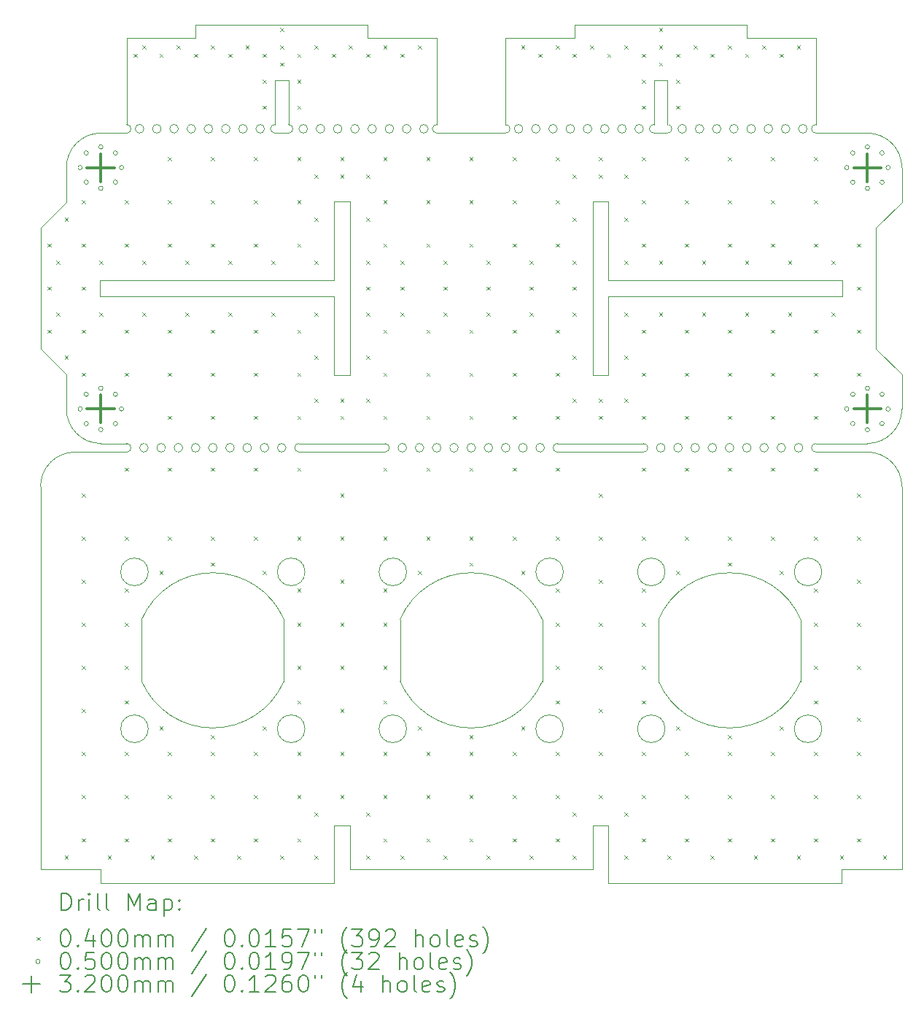
<source format=gbr>
%TF.GenerationSoftware,KiCad,Pcbnew,7.0.1-0*%
%TF.CreationDate,2023-04-27T22:29:53+08:00*%
%TF.ProjectId,antpanel,616e7470-616e-4656-9c2e-6b696361645f,Alpha 1*%
%TF.SameCoordinates,Original*%
%TF.FileFunction,Drillmap*%
%TF.FilePolarity,Positive*%
%FSLAX45Y45*%
G04 Gerber Fmt 4.5, Leading zero omitted, Abs format (unit mm)*
G04 Created by KiCad (PCBNEW 7.0.1-0) date 2023-04-27 22:29:53*
%MOMM*%
%LPD*%
G01*
G04 APERTURE LIST*
%ADD10C,0.100000*%
%ADD11C,0.200000*%
%ADD12C,0.040000*%
%ADD13C,0.050000*%
%ADD14C,0.320000*%
G04 APERTURE END LIST*
D10*
X14000000Y-10000000D02*
X13000000Y-10000000D01*
X15650000Y-9950000D02*
G75*
G03*
X15650000Y-9950000I-50000J0D01*
G01*
X16410000Y-14840000D02*
X13590000Y-14840000D01*
X13900000Y-6250000D02*
G75*
G03*
X13900000Y-6250000I-50000J0D01*
G01*
X16410000Y-7090000D02*
X16410000Y-9110000D01*
X14250000Y-9950000D02*
G75*
G03*
X14250000Y-9950000I-50000J0D01*
G01*
X19310000Y-8010000D02*
X16590000Y-8010000D01*
X13590000Y-7090000D02*
X13590000Y-9110000D01*
X11000000Y-5200000D02*
X11000000Y-6200000D01*
X16000000Y-6250000D02*
G75*
G03*
X16000000Y-6250000I-50000J0D01*
G01*
X10700000Y-6300000D02*
G75*
G03*
X10300000Y-6700000I0J-400000D01*
G01*
X13300000Y-6250000D02*
G75*
G03*
X13300000Y-6250000I-50000J0D01*
G01*
X15400000Y-5200000D02*
X15400000Y-6200000D01*
X14650000Y-9950000D02*
G75*
G03*
X14650000Y-9950000I-50000J0D01*
G01*
X12050000Y-9950000D02*
G75*
G03*
X12050000Y-9950000I-50000J0D01*
G01*
X18200000Y-5200000D02*
X18200000Y-5040000D01*
X17000000Y-9900000D02*
X16000000Y-9900000D01*
X14600000Y-6300000D02*
X15400000Y-6300000D01*
X19000000Y-5200000D02*
X19000000Y-6200000D01*
X10000000Y-8800000D02*
X10300000Y-9100000D01*
X17000000Y-6250000D02*
G75*
G03*
X17000000Y-6250000I-50000J0D01*
G01*
X17650000Y-9950000D02*
G75*
G03*
X17650000Y-9950000I-50000J0D01*
G01*
X10690000Y-8010000D02*
X10690000Y-8190000D01*
X16590000Y-7090000D02*
X16410000Y-7090000D01*
X13410000Y-9110000D02*
X13410000Y-8190000D01*
X12825000Y-11940000D02*
X12825000Y-12660000D01*
X17250000Y-11390000D02*
G75*
G03*
X17250000Y-11390000I-160000J0D01*
G01*
X16200000Y-5040000D02*
X16200000Y-5200000D01*
X15850000Y-9950000D02*
G75*
G03*
X15850000Y-9950000I-50000J0D01*
G01*
X20000000Y-6700000D02*
G75*
G03*
X19600000Y-6300000I-400000J0D01*
G01*
X13000000Y-9900000D02*
X14000000Y-9900000D01*
X12200000Y-6250000D02*
G75*
G03*
X12200000Y-6250000I-50000J0D01*
G01*
X13410000Y-8190000D02*
X10690000Y-8190000D01*
X10700000Y-6300000D02*
X11000000Y-6300000D01*
X11000000Y-6300000D02*
G75*
G03*
X11000000Y-6200000I0J50000D01*
G01*
X19000000Y-9900000D02*
G75*
G03*
X19000000Y-10000000I0J-50000D01*
G01*
X13410000Y-15000000D02*
X10700000Y-15000000D01*
X13410000Y-15000000D02*
X13410000Y-14330000D01*
X16590000Y-9110000D02*
X16590000Y-8190000D01*
X11175000Y-12660000D02*
G75*
G03*
X12825000Y-12660000I825000J360000D01*
G01*
X10700000Y-9900000D02*
X11000000Y-9900000D01*
X12825000Y-11940000D02*
G75*
G03*
X11175000Y-11940000I-825000J-360000D01*
G01*
X17700000Y-6250000D02*
G75*
G03*
X17700000Y-6250000I-50000J0D01*
G01*
X16400000Y-6250000D02*
G75*
G03*
X16400000Y-6250000I-50000J0D01*
G01*
X17250000Y-13210000D02*
G75*
G03*
X17250000Y-13210000I-160000J0D01*
G01*
X14250000Y-11390000D02*
G75*
G03*
X14250000Y-11390000I-160000J0D01*
G01*
X13700000Y-6250000D02*
G75*
G03*
X13700000Y-6250000I-50000J0D01*
G01*
X11850000Y-9950000D02*
G75*
G03*
X11850000Y-9950000I-50000J0D01*
G01*
X20000000Y-9500000D02*
X20000000Y-9100000D01*
X16600000Y-6250000D02*
G75*
G03*
X16600000Y-6250000I-50000J0D01*
G01*
X18250000Y-9950000D02*
G75*
G03*
X18250000Y-9950000I-50000J0D01*
G01*
X17900000Y-6250000D02*
G75*
G03*
X17900000Y-6250000I-50000J0D01*
G01*
X11450000Y-9950000D02*
G75*
G03*
X11450000Y-9950000I-50000J0D01*
G01*
X18500000Y-6250000D02*
G75*
G03*
X18500000Y-6250000I-50000J0D01*
G01*
X18050000Y-9950000D02*
G75*
G03*
X18050000Y-9950000I-50000J0D01*
G01*
X19700000Y-8800000D02*
X20000000Y-9100000D01*
X10400000Y-10000000D02*
G75*
G03*
X10000000Y-10400000I0J-400000D01*
G01*
X12720000Y-6200000D02*
X12720000Y-5690000D01*
X10300000Y-9500000D02*
G75*
G03*
X10700000Y-9900000I400000J0D01*
G01*
X13100000Y-6250000D02*
G75*
G03*
X13100000Y-6250000I-50000J0D01*
G01*
X19600000Y-6300000D02*
X19000000Y-6300000D01*
X18700000Y-6250000D02*
G75*
G03*
X18700000Y-6250000I-50000J0D01*
G01*
X19600000Y-9900000D02*
G75*
G03*
X20000000Y-9500000I0J400000D01*
G01*
X11250000Y-11390000D02*
G75*
G03*
X11250000Y-11390000I-160000J0D01*
G01*
X15400000Y-5200000D02*
X16200000Y-5200000D01*
X17175000Y-12660000D02*
G75*
G03*
X18825000Y-12660000I825000J360000D01*
G01*
X11250000Y-9950000D02*
G75*
G03*
X11250000Y-9950000I-50000J0D01*
G01*
X10700000Y-14840000D02*
X10000000Y-14840000D01*
X12880000Y-6300000D02*
G75*
G03*
X12880000Y-6200000I0J50000D01*
G01*
X11800000Y-6250000D02*
G75*
G03*
X11800000Y-6250000I-50000J0D01*
G01*
X14850000Y-9950000D02*
G75*
G03*
X14850000Y-9950000I-50000J0D01*
G01*
X13800000Y-5200000D02*
X13800000Y-5040000D01*
X18850000Y-9950000D02*
G75*
G03*
X18850000Y-9950000I-50000J0D01*
G01*
X19070000Y-13210000D02*
G75*
G03*
X19070000Y-13210000I-160000J0D01*
G01*
X11800000Y-5040000D02*
X13800000Y-5040000D01*
X15825000Y-11940000D02*
X15825000Y-12660000D01*
X13070000Y-11390000D02*
G75*
G03*
X13070000Y-11390000I-160000J0D01*
G01*
X15400000Y-6300000D02*
G75*
G03*
X15400000Y-6200000I0J50000D01*
G01*
X12720000Y-6300000D02*
X12880000Y-6300000D01*
X10300000Y-9500000D02*
X10300000Y-9100000D01*
X16410000Y-14330000D02*
X16590000Y-14330000D01*
X19000000Y-10000000D02*
X19600000Y-10000000D01*
X14175000Y-12660000D02*
G75*
G03*
X15825000Y-12660000I825000J360000D01*
G01*
X11000000Y-10000000D02*
G75*
G03*
X11000000Y-9900000I0J50000D01*
G01*
X10700000Y-15000000D02*
X10700000Y-14840000D01*
X17500000Y-6250000D02*
G75*
G03*
X17500000Y-6250000I-50000J0D01*
G01*
X12450000Y-9950000D02*
G75*
G03*
X12450000Y-9950000I-50000J0D01*
G01*
X10300000Y-7100000D02*
X10300000Y-6700000D01*
X15250000Y-9950000D02*
G75*
G03*
X15250000Y-9950000I-50000J0D01*
G01*
X14100000Y-6250000D02*
G75*
G03*
X14100000Y-6250000I-50000J0D01*
G01*
X16590000Y-15000000D02*
X16590000Y-14330000D01*
X16200000Y-5040000D02*
X18200000Y-5040000D01*
X16070000Y-13210000D02*
G75*
G03*
X16070000Y-13210000I-160000J0D01*
G01*
X17120000Y-6200000D02*
G75*
G03*
X17120000Y-6300000I0J-50000D01*
G01*
X16410000Y-14840000D02*
X16410000Y-14330000D01*
X12720000Y-5690000D02*
X12880000Y-5690000D01*
X17250000Y-9950000D02*
G75*
G03*
X17250000Y-9950000I-50000J0D01*
G01*
X11400000Y-6250000D02*
G75*
G03*
X11400000Y-6250000I-50000J0D01*
G01*
X17175000Y-12660000D02*
X17175000Y-11940000D01*
X19700000Y-7400000D02*
X20000000Y-7100000D01*
X14600000Y-5200000D02*
X13800000Y-5200000D01*
X18825000Y-11940000D02*
X18825000Y-12660000D01*
X12400000Y-6250000D02*
G75*
G03*
X12400000Y-6250000I-50000J0D01*
G01*
X10000000Y-14840000D02*
X10000000Y-10400000D01*
X14500000Y-6250000D02*
G75*
G03*
X14500000Y-6250000I-50000J0D01*
G01*
X12850000Y-9950000D02*
G75*
G03*
X12850000Y-9950000I-50000J0D01*
G01*
X17000000Y-10000000D02*
G75*
G03*
X17000000Y-9900000I0J50000D01*
G01*
X19000000Y-6200000D02*
G75*
G03*
X19000000Y-6300000I0J-50000D01*
G01*
X19000000Y-9900000D02*
X19600000Y-9900000D01*
X13590000Y-9110000D02*
X13410000Y-9110000D01*
X17280000Y-6300000D02*
G75*
G03*
X17280000Y-6200000I0J50000D01*
G01*
X11650000Y-9950000D02*
G75*
G03*
X11650000Y-9950000I-50000J0D01*
G01*
X18900000Y-6250000D02*
G75*
G03*
X18900000Y-6250000I-50000J0D01*
G01*
X14450000Y-9950000D02*
G75*
G03*
X14450000Y-9950000I-50000J0D01*
G01*
X16070000Y-11390000D02*
G75*
G03*
X16070000Y-11390000I-160000J0D01*
G01*
X12880000Y-6200000D02*
X12880000Y-5690000D01*
X12650000Y-9950000D02*
G75*
G03*
X12650000Y-9950000I-50000J0D01*
G01*
X14600000Y-6200000D02*
G75*
G03*
X14600000Y-6300000I0J-50000D01*
G01*
X19070000Y-11390000D02*
G75*
G03*
X19070000Y-11390000I-160000J0D01*
G01*
X16800000Y-6250000D02*
G75*
G03*
X16800000Y-6250000I-50000J0D01*
G01*
X13410000Y-14330000D02*
X13590000Y-14330000D01*
X13410000Y-8010000D02*
X13410000Y-7090000D01*
X17280000Y-6200000D02*
X17280000Y-5690000D01*
X14300000Y-6250000D02*
G75*
G03*
X14300000Y-6250000I-50000J0D01*
G01*
X10400000Y-10000000D02*
X11000000Y-10000000D01*
X17120000Y-6200000D02*
X17120000Y-5690000D01*
X14600000Y-5200000D02*
X14600000Y-6200000D01*
X20000000Y-10400000D02*
X20000000Y-14840000D01*
X14000000Y-10000000D02*
G75*
G03*
X14000000Y-9900000I0J50000D01*
G01*
X11800000Y-5040000D02*
X11800000Y-5200000D01*
X19300000Y-15000000D02*
X19300000Y-14840000D01*
X13070000Y-13210000D02*
G75*
G03*
X13070000Y-13210000I-160000J0D01*
G01*
X11200000Y-6250000D02*
G75*
G03*
X11200000Y-6250000I-50000J0D01*
G01*
X10000000Y-8800000D02*
X10000000Y-7400000D01*
X19000000Y-5200000D02*
X18200000Y-5200000D01*
X11250000Y-13210000D02*
G75*
G03*
X11250000Y-13210000I-160000J0D01*
G01*
X20000000Y-10400000D02*
G75*
G03*
X19600000Y-10000000I-400000J0D01*
G01*
X16410000Y-9110000D02*
X16590000Y-9110000D01*
X20000000Y-14840000D02*
X19300000Y-14840000D01*
X10300000Y-7100000D02*
X10000000Y-7400000D01*
X20000000Y-7100000D02*
X20000000Y-6700000D01*
X11000000Y-5200000D02*
X11800000Y-5200000D01*
X12600000Y-6250000D02*
G75*
G03*
X12600000Y-6250000I-50000J0D01*
G01*
X15600000Y-6250000D02*
G75*
G03*
X15600000Y-6250000I-50000J0D01*
G01*
X15050000Y-9950000D02*
G75*
G03*
X15050000Y-9950000I-50000J0D01*
G01*
X12000000Y-6250000D02*
G75*
G03*
X12000000Y-6250000I-50000J0D01*
G01*
X13410000Y-7090000D02*
X13590000Y-7090000D01*
X16200000Y-6250000D02*
G75*
G03*
X16200000Y-6250000I-50000J0D01*
G01*
X18650000Y-9950000D02*
G75*
G03*
X18650000Y-9950000I-50000J0D01*
G01*
X17450000Y-9950000D02*
G75*
G03*
X17450000Y-9950000I-50000J0D01*
G01*
X12720000Y-6200000D02*
G75*
G03*
X12720000Y-6300000I0J-50000D01*
G01*
X18450000Y-9950000D02*
G75*
G03*
X18450000Y-9950000I-50000J0D01*
G01*
X13590000Y-14840000D02*
X13590000Y-14330000D01*
X10690000Y-8010000D02*
X13410000Y-8010000D01*
X18300000Y-6250000D02*
G75*
G03*
X18300000Y-6250000I-50000J0D01*
G01*
X17850000Y-9950000D02*
G75*
G03*
X17850000Y-9950000I-50000J0D01*
G01*
X16590000Y-8010000D02*
X16590000Y-7090000D01*
X18100000Y-6250000D02*
G75*
G03*
X18100000Y-6250000I-50000J0D01*
G01*
X11600000Y-6250000D02*
G75*
G03*
X11600000Y-6250000I-50000J0D01*
G01*
X16590000Y-15000000D02*
X19300000Y-15000000D01*
X15450000Y-9950000D02*
G75*
G03*
X15450000Y-9950000I-50000J0D01*
G01*
X17120000Y-6300000D02*
X17280000Y-6300000D01*
X14250000Y-13210000D02*
G75*
G03*
X14250000Y-13210000I-160000J0D01*
G01*
X15825000Y-11940000D02*
G75*
G03*
X14175000Y-11940000I-825000J-360000D01*
G01*
X18825000Y-11940000D02*
G75*
G03*
X17175000Y-11940000I-825000J-360000D01*
G01*
X13000000Y-9900000D02*
G75*
G03*
X13000000Y-10000000I0J-50000D01*
G01*
X19310000Y-8190000D02*
X19310000Y-8010000D01*
X15800000Y-6250000D02*
G75*
G03*
X15800000Y-6250000I-50000J0D01*
G01*
X17120000Y-5690000D02*
X17280000Y-5690000D01*
X16000000Y-9900000D02*
G75*
G03*
X16000000Y-10000000I0J-50000D01*
G01*
X19700000Y-8800000D02*
X19700000Y-7400000D01*
X16590000Y-8190000D02*
X19310000Y-8190000D01*
X13500000Y-6250000D02*
G75*
G03*
X13500000Y-6250000I-50000J0D01*
G01*
X11175000Y-12660000D02*
X11175000Y-11940000D01*
X12250000Y-9950000D02*
G75*
G03*
X12250000Y-9950000I-50000J0D01*
G01*
X16000000Y-10000000D02*
X17000000Y-10000000D01*
X14175000Y-12660000D02*
X14175000Y-11940000D01*
D11*
D12*
X10080000Y-7580000D02*
X10120000Y-7620000D01*
X10120000Y-7580000D02*
X10080000Y-7620000D01*
X10080000Y-8080000D02*
X10120000Y-8120000D01*
X10120000Y-8080000D02*
X10080000Y-8120000D01*
X10080000Y-8580000D02*
X10120000Y-8620000D01*
X10120000Y-8580000D02*
X10080000Y-8620000D01*
X10180000Y-7780000D02*
X10220000Y-7820000D01*
X10220000Y-7780000D02*
X10180000Y-7820000D01*
X10180000Y-8380000D02*
X10220000Y-8420000D01*
X10220000Y-8380000D02*
X10180000Y-8420000D01*
X10280000Y-7280000D02*
X10320000Y-7320000D01*
X10320000Y-7280000D02*
X10280000Y-7320000D01*
X10280000Y-8880000D02*
X10320000Y-8920000D01*
X10320000Y-8880000D02*
X10280000Y-8920000D01*
X10280000Y-14680000D02*
X10320000Y-14720000D01*
X10320000Y-14680000D02*
X10280000Y-14720000D01*
X10480000Y-7080000D02*
X10520000Y-7120000D01*
X10520000Y-7080000D02*
X10480000Y-7120000D01*
X10480000Y-7580000D02*
X10520000Y-7620000D01*
X10520000Y-7580000D02*
X10480000Y-7620000D01*
X10480000Y-8080000D02*
X10520000Y-8120000D01*
X10520000Y-8080000D02*
X10480000Y-8120000D01*
X10480000Y-8580000D02*
X10520000Y-8620000D01*
X10520000Y-8580000D02*
X10480000Y-8620000D01*
X10480000Y-9080000D02*
X10520000Y-9120000D01*
X10520000Y-9080000D02*
X10480000Y-9120000D01*
X10480000Y-10480000D02*
X10520000Y-10520000D01*
X10520000Y-10480000D02*
X10480000Y-10520000D01*
X10480000Y-10980000D02*
X10520000Y-11020000D01*
X10520000Y-10980000D02*
X10480000Y-11020000D01*
X10480000Y-11480000D02*
X10520000Y-11520000D01*
X10520000Y-11480000D02*
X10480000Y-11520000D01*
X10480000Y-11980000D02*
X10520000Y-12020000D01*
X10520000Y-11980000D02*
X10480000Y-12020000D01*
X10480000Y-12480000D02*
X10520000Y-12520000D01*
X10520000Y-12480000D02*
X10480000Y-12520000D01*
X10480000Y-12980000D02*
X10520000Y-13020000D01*
X10520000Y-12980000D02*
X10480000Y-13020000D01*
X10480000Y-13480000D02*
X10520000Y-13520000D01*
X10520000Y-13480000D02*
X10480000Y-13520000D01*
X10480000Y-13980000D02*
X10520000Y-14020000D01*
X10520000Y-13980000D02*
X10480000Y-14020000D01*
X10480000Y-14480000D02*
X10520000Y-14520000D01*
X10520000Y-14480000D02*
X10480000Y-14520000D01*
X10680000Y-7780000D02*
X10720000Y-7820000D01*
X10720000Y-7780000D02*
X10680000Y-7820000D01*
X10680000Y-8380000D02*
X10720000Y-8420000D01*
X10720000Y-8380000D02*
X10680000Y-8420000D01*
X10780000Y-14680000D02*
X10820000Y-14720000D01*
X10820000Y-14680000D02*
X10780000Y-14720000D01*
X10980000Y-7080000D02*
X11020000Y-7120000D01*
X11020000Y-7080000D02*
X10980000Y-7120000D01*
X10980000Y-7580000D02*
X11020000Y-7620000D01*
X11020000Y-7580000D02*
X10980000Y-7620000D01*
X10980000Y-8580000D02*
X11020000Y-8620000D01*
X11020000Y-8580000D02*
X10980000Y-8620000D01*
X10980000Y-9080000D02*
X11020000Y-9120000D01*
X11020000Y-9080000D02*
X10980000Y-9120000D01*
X10980000Y-10180000D02*
X11020000Y-10220000D01*
X11020000Y-10180000D02*
X10980000Y-10220000D01*
X10980000Y-10980000D02*
X11020000Y-11020000D01*
X11020000Y-10980000D02*
X10980000Y-11020000D01*
X10980000Y-11580000D02*
X11020000Y-11620000D01*
X11020000Y-11580000D02*
X10980000Y-11620000D01*
X10980000Y-11980000D02*
X11020000Y-12020000D01*
X11020000Y-11980000D02*
X10980000Y-12020000D01*
X10980000Y-12480000D02*
X11020000Y-12520000D01*
X11020000Y-12480000D02*
X10980000Y-12520000D01*
X10980000Y-12880000D02*
X11020000Y-12920000D01*
X11020000Y-12880000D02*
X10980000Y-12920000D01*
X10980000Y-13480000D02*
X11020000Y-13520000D01*
X11020000Y-13480000D02*
X10980000Y-13520000D01*
X10980000Y-13980000D02*
X11020000Y-14020000D01*
X11020000Y-13980000D02*
X10980000Y-14020000D01*
X10980000Y-14480000D02*
X11020000Y-14520000D01*
X11020000Y-14480000D02*
X10980000Y-14520000D01*
X11080000Y-5380000D02*
X11120000Y-5420000D01*
X11120000Y-5380000D02*
X11080000Y-5420000D01*
X11180000Y-5280000D02*
X11220000Y-5320000D01*
X11220000Y-5280000D02*
X11180000Y-5320000D01*
X11180000Y-7780000D02*
X11220000Y-7820000D01*
X11220000Y-7780000D02*
X11180000Y-7820000D01*
X11180000Y-8380000D02*
X11220000Y-8420000D01*
X11220000Y-8380000D02*
X11180000Y-8420000D01*
X11280000Y-14680000D02*
X11320000Y-14720000D01*
X11320000Y-14680000D02*
X11280000Y-14720000D01*
X11380000Y-5380000D02*
X11420000Y-5420000D01*
X11420000Y-5380000D02*
X11380000Y-5420000D01*
X11380000Y-11380000D02*
X11420000Y-11420000D01*
X11420000Y-11380000D02*
X11380000Y-11420000D01*
X11380000Y-13180000D02*
X11420000Y-13220000D01*
X11420000Y-13180000D02*
X11380000Y-13220000D01*
X11480000Y-6580000D02*
X11520000Y-6620000D01*
X11520000Y-6580000D02*
X11480000Y-6620000D01*
X11480000Y-7080000D02*
X11520000Y-7120000D01*
X11520000Y-7080000D02*
X11480000Y-7120000D01*
X11480000Y-7580000D02*
X11520000Y-7620000D01*
X11520000Y-7580000D02*
X11480000Y-7620000D01*
X11480000Y-8580000D02*
X11520000Y-8620000D01*
X11520000Y-8580000D02*
X11480000Y-8620000D01*
X11480000Y-9080000D02*
X11520000Y-9120000D01*
X11520000Y-9080000D02*
X11480000Y-9120000D01*
X11480000Y-9580000D02*
X11520000Y-9620000D01*
X11520000Y-9580000D02*
X11480000Y-9620000D01*
X11480000Y-10180000D02*
X11520000Y-10220000D01*
X11520000Y-10180000D02*
X11480000Y-10220000D01*
X11480000Y-10980000D02*
X11520000Y-11020000D01*
X11520000Y-10980000D02*
X11480000Y-11020000D01*
X11480000Y-13480000D02*
X11520000Y-13520000D01*
X11520000Y-13480000D02*
X11480000Y-13520000D01*
X11480000Y-13980000D02*
X11520000Y-14020000D01*
X11520000Y-13980000D02*
X11480000Y-14020000D01*
X11480000Y-14480000D02*
X11520000Y-14520000D01*
X11520000Y-14480000D02*
X11480000Y-14520000D01*
X11580000Y-5280000D02*
X11620000Y-5320000D01*
X11620000Y-5280000D02*
X11580000Y-5320000D01*
X11680000Y-7780000D02*
X11720000Y-7820000D01*
X11720000Y-7780000D02*
X11680000Y-7820000D01*
X11680000Y-8380000D02*
X11720000Y-8420000D01*
X11720000Y-8380000D02*
X11680000Y-8420000D01*
X11780000Y-5380000D02*
X11820000Y-5420000D01*
X11820000Y-5380000D02*
X11780000Y-5420000D01*
X11780000Y-14680000D02*
X11820000Y-14720000D01*
X11820000Y-14680000D02*
X11780000Y-14720000D01*
X11980000Y-5280000D02*
X12020000Y-5320000D01*
X12020000Y-5280000D02*
X11980000Y-5320000D01*
X11980000Y-6580000D02*
X12020000Y-6620000D01*
X12020000Y-6580000D02*
X11980000Y-6620000D01*
X11980000Y-7080000D02*
X12020000Y-7120000D01*
X12020000Y-7080000D02*
X11980000Y-7120000D01*
X11980000Y-7580000D02*
X12020000Y-7620000D01*
X12020000Y-7580000D02*
X11980000Y-7620000D01*
X11980000Y-8580000D02*
X12020000Y-8620000D01*
X12020000Y-8580000D02*
X11980000Y-8620000D01*
X11980000Y-9080000D02*
X12020000Y-9120000D01*
X12020000Y-9080000D02*
X11980000Y-9120000D01*
X11980000Y-9580000D02*
X12020000Y-9620000D01*
X12020000Y-9580000D02*
X11980000Y-9620000D01*
X11980000Y-10180000D02*
X12020000Y-10220000D01*
X12020000Y-10180000D02*
X11980000Y-10220000D01*
X11980000Y-10980000D02*
X12020000Y-11020000D01*
X12020000Y-10980000D02*
X11980000Y-11020000D01*
X11980000Y-11280000D02*
X12020000Y-11320000D01*
X12020000Y-11280000D02*
X11980000Y-11320000D01*
X11980000Y-13280000D02*
X12020000Y-13320000D01*
X12020000Y-13280000D02*
X11980000Y-13320000D01*
X11980000Y-13480000D02*
X12020000Y-13520000D01*
X12020000Y-13480000D02*
X11980000Y-13520000D01*
X11980000Y-13980000D02*
X12020000Y-14020000D01*
X12020000Y-13980000D02*
X11980000Y-14020000D01*
X11980000Y-14480000D02*
X12020000Y-14520000D01*
X12020000Y-14480000D02*
X11980000Y-14520000D01*
X12180000Y-5380000D02*
X12220000Y-5420000D01*
X12220000Y-5380000D02*
X12180000Y-5420000D01*
X12180000Y-7780000D02*
X12220000Y-7820000D01*
X12220000Y-7780000D02*
X12180000Y-7820000D01*
X12180000Y-8380000D02*
X12220000Y-8420000D01*
X12220000Y-8380000D02*
X12180000Y-8420000D01*
X12280000Y-14680000D02*
X12320000Y-14720000D01*
X12320000Y-14680000D02*
X12280000Y-14720000D01*
X12380000Y-5280000D02*
X12420000Y-5320000D01*
X12420000Y-5280000D02*
X12380000Y-5320000D01*
X12480000Y-6580000D02*
X12520000Y-6620000D01*
X12520000Y-6580000D02*
X12480000Y-6620000D01*
X12480000Y-7080000D02*
X12520000Y-7120000D01*
X12520000Y-7080000D02*
X12480000Y-7120000D01*
X12480000Y-7580000D02*
X12520000Y-7620000D01*
X12520000Y-7580000D02*
X12480000Y-7620000D01*
X12480000Y-8580000D02*
X12520000Y-8620000D01*
X12520000Y-8580000D02*
X12480000Y-8620000D01*
X12480000Y-9080000D02*
X12520000Y-9120000D01*
X12520000Y-9080000D02*
X12480000Y-9120000D01*
X12480000Y-9580000D02*
X12520000Y-9620000D01*
X12520000Y-9580000D02*
X12480000Y-9620000D01*
X12480000Y-10180000D02*
X12520000Y-10220000D01*
X12520000Y-10180000D02*
X12480000Y-10220000D01*
X12480000Y-10980000D02*
X12520000Y-11020000D01*
X12520000Y-10980000D02*
X12480000Y-11020000D01*
X12480000Y-13480000D02*
X12520000Y-13520000D01*
X12520000Y-13480000D02*
X12480000Y-13520000D01*
X12480000Y-13980000D02*
X12520000Y-14020000D01*
X12520000Y-13980000D02*
X12480000Y-14020000D01*
X12480000Y-14480000D02*
X12520000Y-14520000D01*
X12520000Y-14480000D02*
X12480000Y-14520000D01*
X12580000Y-5380000D02*
X12620000Y-5420000D01*
X12620000Y-5380000D02*
X12580000Y-5420000D01*
X12580000Y-5680000D02*
X12620000Y-5720000D01*
X12620000Y-5680000D02*
X12580000Y-5720000D01*
X12580000Y-5980000D02*
X12620000Y-6020000D01*
X12620000Y-5980000D02*
X12580000Y-6020000D01*
X12580000Y-11380000D02*
X12620000Y-11420000D01*
X12620000Y-11380000D02*
X12580000Y-11420000D01*
X12580000Y-13180000D02*
X12620000Y-13220000D01*
X12620000Y-13180000D02*
X12580000Y-13220000D01*
X12680000Y-7780000D02*
X12720000Y-7820000D01*
X12720000Y-7780000D02*
X12680000Y-7820000D01*
X12680000Y-8380000D02*
X12720000Y-8420000D01*
X12720000Y-8380000D02*
X12680000Y-8420000D01*
X12780000Y-5080000D02*
X12820000Y-5120000D01*
X12820000Y-5080000D02*
X12780000Y-5120000D01*
X12780000Y-5280000D02*
X12820000Y-5320000D01*
X12820000Y-5280000D02*
X12780000Y-5320000D01*
X12780000Y-5480000D02*
X12820000Y-5520000D01*
X12820000Y-5480000D02*
X12780000Y-5520000D01*
X12780000Y-14680000D02*
X12820000Y-14720000D01*
X12820000Y-14680000D02*
X12780000Y-14720000D01*
X12980000Y-5380000D02*
X13020000Y-5420000D01*
X13020000Y-5380000D02*
X12980000Y-5420000D01*
X12980000Y-5680000D02*
X13020000Y-5720000D01*
X13020000Y-5680000D02*
X12980000Y-5720000D01*
X12980000Y-5980000D02*
X13020000Y-6020000D01*
X13020000Y-5980000D02*
X12980000Y-6020000D01*
X12980000Y-6580000D02*
X13020000Y-6620000D01*
X13020000Y-6580000D02*
X12980000Y-6620000D01*
X12980000Y-7080000D02*
X13020000Y-7120000D01*
X13020000Y-7080000D02*
X12980000Y-7120000D01*
X12980000Y-7580000D02*
X13020000Y-7620000D01*
X13020000Y-7580000D02*
X12980000Y-7620000D01*
X12980000Y-8580000D02*
X13020000Y-8620000D01*
X13020000Y-8580000D02*
X12980000Y-8620000D01*
X12980000Y-9080000D02*
X13020000Y-9120000D01*
X13020000Y-9080000D02*
X12980000Y-9120000D01*
X12980000Y-9580000D02*
X13020000Y-9620000D01*
X13020000Y-9580000D02*
X12980000Y-9620000D01*
X12980000Y-10180000D02*
X13020000Y-10220000D01*
X13020000Y-10180000D02*
X12980000Y-10220000D01*
X12980000Y-10980000D02*
X13020000Y-11020000D01*
X13020000Y-10980000D02*
X12980000Y-11020000D01*
X12980000Y-11580000D02*
X13020000Y-11620000D01*
X13020000Y-11580000D02*
X12980000Y-11620000D01*
X12980000Y-11980000D02*
X13020000Y-12020000D01*
X13020000Y-11980000D02*
X12980000Y-12020000D01*
X12980000Y-12480000D02*
X13020000Y-12520000D01*
X13020000Y-12480000D02*
X12980000Y-12520000D01*
X12980000Y-12880000D02*
X13020000Y-12920000D01*
X13020000Y-12880000D02*
X12980000Y-12920000D01*
X12980000Y-13480000D02*
X13020000Y-13520000D01*
X13020000Y-13480000D02*
X12980000Y-13520000D01*
X12980000Y-13980000D02*
X13020000Y-14020000D01*
X13020000Y-13980000D02*
X12980000Y-14020000D01*
X12980000Y-14480000D02*
X13020000Y-14520000D01*
X13020000Y-14480000D02*
X12980000Y-14520000D01*
X13180000Y-5280000D02*
X13220000Y-5320000D01*
X13220000Y-5280000D02*
X13180000Y-5320000D01*
X13180000Y-6780000D02*
X13220000Y-6820000D01*
X13220000Y-6780000D02*
X13180000Y-6820000D01*
X13180000Y-7280000D02*
X13220000Y-7320000D01*
X13220000Y-7280000D02*
X13180000Y-7320000D01*
X13180000Y-7780000D02*
X13220000Y-7820000D01*
X13220000Y-7780000D02*
X13180000Y-7820000D01*
X13180000Y-8380000D02*
X13220000Y-8420000D01*
X13220000Y-8380000D02*
X13180000Y-8420000D01*
X13180000Y-8880000D02*
X13220000Y-8920000D01*
X13220000Y-8880000D02*
X13180000Y-8920000D01*
X13180000Y-9380000D02*
X13220000Y-9420000D01*
X13220000Y-9380000D02*
X13180000Y-9420000D01*
X13180000Y-14180000D02*
X13220000Y-14220000D01*
X13220000Y-14180000D02*
X13180000Y-14220000D01*
X13180000Y-14680000D02*
X13220000Y-14720000D01*
X13220000Y-14680000D02*
X13180000Y-14720000D01*
X13380000Y-5380000D02*
X13420000Y-5420000D01*
X13420000Y-5380000D02*
X13380000Y-5420000D01*
X13480000Y-6580000D02*
X13520000Y-6620000D01*
X13520000Y-6580000D02*
X13480000Y-6620000D01*
X13480000Y-6780000D02*
X13520000Y-6820000D01*
X13520000Y-6780000D02*
X13480000Y-6820000D01*
X13480000Y-9380000D02*
X13520000Y-9420000D01*
X13520000Y-9380000D02*
X13480000Y-9420000D01*
X13480000Y-9580000D02*
X13520000Y-9620000D01*
X13520000Y-9580000D02*
X13480000Y-9620000D01*
X13480000Y-10480000D02*
X13520000Y-10520000D01*
X13520000Y-10480000D02*
X13480000Y-10520000D01*
X13480000Y-10980000D02*
X13520000Y-11020000D01*
X13520000Y-10980000D02*
X13480000Y-11020000D01*
X13480000Y-11480000D02*
X13520000Y-11520000D01*
X13520000Y-11480000D02*
X13480000Y-11520000D01*
X13480000Y-11980000D02*
X13520000Y-12020000D01*
X13520000Y-11980000D02*
X13480000Y-12020000D01*
X13480000Y-12480000D02*
X13520000Y-12520000D01*
X13520000Y-12480000D02*
X13480000Y-12520000D01*
X13480000Y-12980000D02*
X13520000Y-13020000D01*
X13520000Y-12980000D02*
X13480000Y-13020000D01*
X13480000Y-13480000D02*
X13520000Y-13520000D01*
X13520000Y-13480000D02*
X13480000Y-13520000D01*
X13480000Y-13980000D02*
X13520000Y-14020000D01*
X13520000Y-13980000D02*
X13480000Y-14020000D01*
X13580000Y-5280000D02*
X13620000Y-5320000D01*
X13620000Y-5280000D02*
X13580000Y-5320000D01*
X13780000Y-5380000D02*
X13820000Y-5420000D01*
X13820000Y-5380000D02*
X13780000Y-5420000D01*
X13780000Y-6780000D02*
X13820000Y-6820000D01*
X13820000Y-6780000D02*
X13780000Y-6820000D01*
X13780000Y-7280000D02*
X13820000Y-7320000D01*
X13820000Y-7280000D02*
X13780000Y-7320000D01*
X13780000Y-7780000D02*
X13820000Y-7820000D01*
X13820000Y-7780000D02*
X13780000Y-7820000D01*
X13780000Y-8080000D02*
X13820000Y-8120000D01*
X13820000Y-8080000D02*
X13780000Y-8120000D01*
X13780000Y-8380000D02*
X13820000Y-8420000D01*
X13820000Y-8380000D02*
X13780000Y-8420000D01*
X13780000Y-8880000D02*
X13820000Y-8920000D01*
X13820000Y-8880000D02*
X13780000Y-8920000D01*
X13780000Y-9380000D02*
X13820000Y-9420000D01*
X13820000Y-9380000D02*
X13780000Y-9420000D01*
X13780000Y-14180000D02*
X13820000Y-14220000D01*
X13820000Y-14180000D02*
X13780000Y-14220000D01*
X13780000Y-14680000D02*
X13820000Y-14720000D01*
X13820000Y-14680000D02*
X13780000Y-14720000D01*
X13980000Y-5280000D02*
X14020000Y-5320000D01*
X14020000Y-5280000D02*
X13980000Y-5320000D01*
X13980000Y-6580000D02*
X14020000Y-6620000D01*
X14020000Y-6580000D02*
X13980000Y-6620000D01*
X13980000Y-7080000D02*
X14020000Y-7120000D01*
X14020000Y-7080000D02*
X13980000Y-7120000D01*
X13980000Y-7580000D02*
X14020000Y-7620000D01*
X14020000Y-7580000D02*
X13980000Y-7620000D01*
X13980000Y-8580000D02*
X14020000Y-8620000D01*
X14020000Y-8580000D02*
X13980000Y-8620000D01*
X13980000Y-9080000D02*
X14020000Y-9120000D01*
X14020000Y-9080000D02*
X13980000Y-9120000D01*
X13980000Y-9580000D02*
X14020000Y-9620000D01*
X14020000Y-9580000D02*
X13980000Y-9620000D01*
X13980000Y-10180000D02*
X14020000Y-10220000D01*
X14020000Y-10180000D02*
X13980000Y-10220000D01*
X13980000Y-10980000D02*
X14020000Y-11020000D01*
X14020000Y-10980000D02*
X13980000Y-11020000D01*
X13980000Y-11580000D02*
X14020000Y-11620000D01*
X14020000Y-11580000D02*
X13980000Y-11620000D01*
X13980000Y-11980000D02*
X14020000Y-12020000D01*
X14020000Y-11980000D02*
X13980000Y-12020000D01*
X13980000Y-12480000D02*
X14020000Y-12520000D01*
X14020000Y-12480000D02*
X13980000Y-12520000D01*
X13980000Y-12880000D02*
X14020000Y-12920000D01*
X14020000Y-12880000D02*
X13980000Y-12920000D01*
X13980000Y-13480000D02*
X14020000Y-13520000D01*
X14020000Y-13480000D02*
X13980000Y-13520000D01*
X13980000Y-13980000D02*
X14020000Y-14020000D01*
X14020000Y-13980000D02*
X13980000Y-14020000D01*
X13980000Y-14480000D02*
X14020000Y-14520000D01*
X14020000Y-14480000D02*
X13980000Y-14520000D01*
X14180000Y-5380000D02*
X14220000Y-5420000D01*
X14220000Y-5380000D02*
X14180000Y-5420000D01*
X14180000Y-7780000D02*
X14220000Y-7820000D01*
X14220000Y-7780000D02*
X14180000Y-7820000D01*
X14180000Y-8080000D02*
X14220000Y-8120000D01*
X14220000Y-8080000D02*
X14180000Y-8120000D01*
X14180000Y-8380000D02*
X14220000Y-8420000D01*
X14220000Y-8380000D02*
X14180000Y-8420000D01*
X14180000Y-14680000D02*
X14220000Y-14720000D01*
X14220000Y-14680000D02*
X14180000Y-14720000D01*
X14380000Y-5280000D02*
X14420000Y-5320000D01*
X14420000Y-5280000D02*
X14380000Y-5320000D01*
X14380000Y-11380000D02*
X14420000Y-11420000D01*
X14420000Y-11380000D02*
X14380000Y-11420000D01*
X14380000Y-13180000D02*
X14420000Y-13220000D01*
X14420000Y-13180000D02*
X14380000Y-13220000D01*
X14480000Y-6580000D02*
X14520000Y-6620000D01*
X14520000Y-6580000D02*
X14480000Y-6620000D01*
X14480000Y-7080000D02*
X14520000Y-7120000D01*
X14520000Y-7080000D02*
X14480000Y-7120000D01*
X14480000Y-7580000D02*
X14520000Y-7620000D01*
X14520000Y-7580000D02*
X14480000Y-7620000D01*
X14480000Y-8580000D02*
X14520000Y-8620000D01*
X14520000Y-8580000D02*
X14480000Y-8620000D01*
X14480000Y-9080000D02*
X14520000Y-9120000D01*
X14520000Y-9080000D02*
X14480000Y-9120000D01*
X14480000Y-9580000D02*
X14520000Y-9620000D01*
X14520000Y-9580000D02*
X14480000Y-9620000D01*
X14480000Y-10180000D02*
X14520000Y-10220000D01*
X14520000Y-10180000D02*
X14480000Y-10220000D01*
X14480000Y-10980000D02*
X14520000Y-11020000D01*
X14520000Y-10980000D02*
X14480000Y-11020000D01*
X14480000Y-13480000D02*
X14520000Y-13520000D01*
X14520000Y-13480000D02*
X14480000Y-13520000D01*
X14480000Y-13980000D02*
X14520000Y-14020000D01*
X14520000Y-13980000D02*
X14480000Y-14020000D01*
X14480000Y-14480000D02*
X14520000Y-14520000D01*
X14520000Y-14480000D02*
X14480000Y-14520000D01*
X14680000Y-7780000D02*
X14720000Y-7820000D01*
X14720000Y-7780000D02*
X14680000Y-7820000D01*
X14680000Y-8080000D02*
X14720000Y-8120000D01*
X14720000Y-8080000D02*
X14680000Y-8120000D01*
X14680000Y-8380000D02*
X14720000Y-8420000D01*
X14720000Y-8380000D02*
X14680000Y-8420000D01*
X14680000Y-14680000D02*
X14720000Y-14720000D01*
X14720000Y-14680000D02*
X14680000Y-14720000D01*
X14980000Y-6580000D02*
X15020000Y-6620000D01*
X15020000Y-6580000D02*
X14980000Y-6620000D01*
X14980000Y-7080000D02*
X15020000Y-7120000D01*
X15020000Y-7080000D02*
X14980000Y-7120000D01*
X14980000Y-7580000D02*
X15020000Y-7620000D01*
X15020000Y-7580000D02*
X14980000Y-7620000D01*
X14980000Y-8580000D02*
X15020000Y-8620000D01*
X15020000Y-8580000D02*
X14980000Y-8620000D01*
X14980000Y-9080000D02*
X15020000Y-9120000D01*
X15020000Y-9080000D02*
X14980000Y-9120000D01*
X14980000Y-9580000D02*
X15020000Y-9620000D01*
X15020000Y-9580000D02*
X14980000Y-9620000D01*
X14980000Y-10180000D02*
X15020000Y-10220000D01*
X15020000Y-10180000D02*
X14980000Y-10220000D01*
X14980000Y-10980000D02*
X15020000Y-11020000D01*
X15020000Y-10980000D02*
X14980000Y-11020000D01*
X14980000Y-11280000D02*
X15020000Y-11320000D01*
X15020000Y-11280000D02*
X14980000Y-11320000D01*
X14980000Y-13280000D02*
X15020000Y-13320000D01*
X15020000Y-13280000D02*
X14980000Y-13320000D01*
X14980000Y-13480000D02*
X15020000Y-13520000D01*
X15020000Y-13480000D02*
X14980000Y-13520000D01*
X14980000Y-13980000D02*
X15020000Y-14020000D01*
X15020000Y-13980000D02*
X14980000Y-14020000D01*
X14980000Y-14480000D02*
X15020000Y-14520000D01*
X15020000Y-14480000D02*
X14980000Y-14520000D01*
X15180000Y-7780000D02*
X15220000Y-7820000D01*
X15220000Y-7780000D02*
X15180000Y-7820000D01*
X15180000Y-8080000D02*
X15220000Y-8120000D01*
X15220000Y-8080000D02*
X15180000Y-8120000D01*
X15180000Y-8380000D02*
X15220000Y-8420000D01*
X15220000Y-8380000D02*
X15180000Y-8420000D01*
X15180000Y-14680000D02*
X15220000Y-14720000D01*
X15220000Y-14680000D02*
X15180000Y-14720000D01*
X15480000Y-6580000D02*
X15520000Y-6620000D01*
X15520000Y-6580000D02*
X15480000Y-6620000D01*
X15480000Y-7080000D02*
X15520000Y-7120000D01*
X15520000Y-7080000D02*
X15480000Y-7120000D01*
X15480000Y-7580000D02*
X15520000Y-7620000D01*
X15520000Y-7580000D02*
X15480000Y-7620000D01*
X15480000Y-8580000D02*
X15520000Y-8620000D01*
X15520000Y-8580000D02*
X15480000Y-8620000D01*
X15480000Y-9080000D02*
X15520000Y-9120000D01*
X15520000Y-9080000D02*
X15480000Y-9120000D01*
X15480000Y-9580000D02*
X15520000Y-9620000D01*
X15520000Y-9580000D02*
X15480000Y-9620000D01*
X15480000Y-10180000D02*
X15520000Y-10220000D01*
X15520000Y-10180000D02*
X15480000Y-10220000D01*
X15480000Y-10980000D02*
X15520000Y-11020000D01*
X15520000Y-10980000D02*
X15480000Y-11020000D01*
X15480000Y-13480000D02*
X15520000Y-13520000D01*
X15520000Y-13480000D02*
X15480000Y-13520000D01*
X15480000Y-13980000D02*
X15520000Y-14020000D01*
X15520000Y-13980000D02*
X15480000Y-14020000D01*
X15480000Y-14480000D02*
X15520000Y-14520000D01*
X15520000Y-14480000D02*
X15480000Y-14520000D01*
X15580000Y-5280000D02*
X15620000Y-5320000D01*
X15620000Y-5280000D02*
X15580000Y-5320000D01*
X15580000Y-11380000D02*
X15620000Y-11420000D01*
X15620000Y-11380000D02*
X15580000Y-11420000D01*
X15580000Y-13180000D02*
X15620000Y-13220000D01*
X15620000Y-13180000D02*
X15580000Y-13220000D01*
X15680000Y-7780000D02*
X15720000Y-7820000D01*
X15720000Y-7780000D02*
X15680000Y-7820000D01*
X15680000Y-8080000D02*
X15720000Y-8120000D01*
X15720000Y-8080000D02*
X15680000Y-8120000D01*
X15680000Y-8380000D02*
X15720000Y-8420000D01*
X15720000Y-8380000D02*
X15680000Y-8420000D01*
X15680000Y-14680000D02*
X15720000Y-14720000D01*
X15720000Y-14680000D02*
X15680000Y-14720000D01*
X15780000Y-5380000D02*
X15820000Y-5420000D01*
X15820000Y-5380000D02*
X15780000Y-5420000D01*
X15980000Y-5280000D02*
X16020000Y-5320000D01*
X16020000Y-5280000D02*
X15980000Y-5320000D01*
X15980000Y-6580000D02*
X16020000Y-6620000D01*
X16020000Y-6580000D02*
X15980000Y-6620000D01*
X15980000Y-7080000D02*
X16020000Y-7120000D01*
X16020000Y-7080000D02*
X15980000Y-7120000D01*
X15980000Y-7580000D02*
X16020000Y-7620000D01*
X16020000Y-7580000D02*
X15980000Y-7620000D01*
X15980000Y-8580000D02*
X16020000Y-8620000D01*
X16020000Y-8580000D02*
X15980000Y-8620000D01*
X15980000Y-9080000D02*
X16020000Y-9120000D01*
X16020000Y-9080000D02*
X15980000Y-9120000D01*
X15980000Y-9580000D02*
X16020000Y-9620000D01*
X16020000Y-9580000D02*
X15980000Y-9620000D01*
X15980000Y-10180000D02*
X16020000Y-10220000D01*
X16020000Y-10180000D02*
X15980000Y-10220000D01*
X15980000Y-10980000D02*
X16020000Y-11020000D01*
X16020000Y-10980000D02*
X15980000Y-11020000D01*
X15980000Y-11580000D02*
X16020000Y-11620000D01*
X16020000Y-11580000D02*
X15980000Y-11620000D01*
X15980000Y-11980000D02*
X16020000Y-12020000D01*
X16020000Y-11980000D02*
X15980000Y-12020000D01*
X15980000Y-12480000D02*
X16020000Y-12520000D01*
X16020000Y-12480000D02*
X15980000Y-12520000D01*
X15980000Y-12880000D02*
X16020000Y-12920000D01*
X16020000Y-12880000D02*
X15980000Y-12920000D01*
X15980000Y-13480000D02*
X16020000Y-13520000D01*
X16020000Y-13480000D02*
X15980000Y-13520000D01*
X15980000Y-13980000D02*
X16020000Y-14020000D01*
X16020000Y-13980000D02*
X15980000Y-14020000D01*
X15980000Y-14480000D02*
X16020000Y-14520000D01*
X16020000Y-14480000D02*
X15980000Y-14520000D01*
X16180000Y-5380000D02*
X16220000Y-5420000D01*
X16220000Y-5380000D02*
X16180000Y-5420000D01*
X16180000Y-6780000D02*
X16220000Y-6820000D01*
X16220000Y-6780000D02*
X16180000Y-6820000D01*
X16180000Y-7280000D02*
X16220000Y-7320000D01*
X16220000Y-7280000D02*
X16180000Y-7320000D01*
X16180000Y-7780000D02*
X16220000Y-7820000D01*
X16220000Y-7780000D02*
X16180000Y-7820000D01*
X16180000Y-8080000D02*
X16220000Y-8120000D01*
X16220000Y-8080000D02*
X16180000Y-8120000D01*
X16180000Y-8380000D02*
X16220000Y-8420000D01*
X16220000Y-8380000D02*
X16180000Y-8420000D01*
X16180000Y-8880000D02*
X16220000Y-8920000D01*
X16220000Y-8880000D02*
X16180000Y-8920000D01*
X16180000Y-9380000D02*
X16220000Y-9420000D01*
X16220000Y-9380000D02*
X16180000Y-9420000D01*
X16180000Y-14180000D02*
X16220000Y-14220000D01*
X16220000Y-14180000D02*
X16180000Y-14220000D01*
X16180000Y-14680000D02*
X16220000Y-14720000D01*
X16220000Y-14680000D02*
X16180000Y-14720000D01*
X16380000Y-5280000D02*
X16420000Y-5320000D01*
X16420000Y-5280000D02*
X16380000Y-5320000D01*
X16480000Y-6580000D02*
X16520000Y-6620000D01*
X16520000Y-6580000D02*
X16480000Y-6620000D01*
X16480000Y-6780000D02*
X16520000Y-6820000D01*
X16520000Y-6780000D02*
X16480000Y-6820000D01*
X16480000Y-9380000D02*
X16520000Y-9420000D01*
X16520000Y-9380000D02*
X16480000Y-9420000D01*
X16480000Y-9580000D02*
X16520000Y-9620000D01*
X16520000Y-9580000D02*
X16480000Y-9620000D01*
X16480000Y-10480000D02*
X16520000Y-10520000D01*
X16520000Y-10480000D02*
X16480000Y-10520000D01*
X16480000Y-10980000D02*
X16520000Y-11020000D01*
X16520000Y-10980000D02*
X16480000Y-11020000D01*
X16480000Y-11480000D02*
X16520000Y-11520000D01*
X16520000Y-11480000D02*
X16480000Y-11520000D01*
X16480000Y-11980000D02*
X16520000Y-12020000D01*
X16520000Y-11980000D02*
X16480000Y-12020000D01*
X16480000Y-12480000D02*
X16520000Y-12520000D01*
X16520000Y-12480000D02*
X16480000Y-12520000D01*
X16480000Y-12980000D02*
X16520000Y-13020000D01*
X16520000Y-12980000D02*
X16480000Y-13020000D01*
X16480000Y-13480000D02*
X16520000Y-13520000D01*
X16520000Y-13480000D02*
X16480000Y-13520000D01*
X16480000Y-13980000D02*
X16520000Y-14020000D01*
X16520000Y-13980000D02*
X16480000Y-14020000D01*
X16580000Y-5380000D02*
X16620000Y-5420000D01*
X16620000Y-5380000D02*
X16580000Y-5420000D01*
X16780000Y-5280000D02*
X16820000Y-5320000D01*
X16820000Y-5280000D02*
X16780000Y-5320000D01*
X16780000Y-6780000D02*
X16820000Y-6820000D01*
X16820000Y-6780000D02*
X16780000Y-6820000D01*
X16780000Y-7280000D02*
X16820000Y-7320000D01*
X16820000Y-7280000D02*
X16780000Y-7320000D01*
X16780000Y-7780000D02*
X16820000Y-7820000D01*
X16820000Y-7780000D02*
X16780000Y-7820000D01*
X16780000Y-8380000D02*
X16820000Y-8420000D01*
X16820000Y-8380000D02*
X16780000Y-8420000D01*
X16780000Y-8880000D02*
X16820000Y-8920000D01*
X16820000Y-8880000D02*
X16780000Y-8920000D01*
X16780000Y-9380000D02*
X16820000Y-9420000D01*
X16820000Y-9380000D02*
X16780000Y-9420000D01*
X16780000Y-14180000D02*
X16820000Y-14220000D01*
X16820000Y-14180000D02*
X16780000Y-14220000D01*
X16780000Y-14680000D02*
X16820000Y-14720000D01*
X16820000Y-14680000D02*
X16780000Y-14720000D01*
X16980000Y-5380000D02*
X17020000Y-5420000D01*
X17020000Y-5380000D02*
X16980000Y-5420000D01*
X16980000Y-5680000D02*
X17020000Y-5720000D01*
X17020000Y-5680000D02*
X16980000Y-5720000D01*
X16980000Y-5980000D02*
X17020000Y-6020000D01*
X17020000Y-5980000D02*
X16980000Y-6020000D01*
X16980000Y-6580000D02*
X17020000Y-6620000D01*
X17020000Y-6580000D02*
X16980000Y-6620000D01*
X16980000Y-7080000D02*
X17020000Y-7120000D01*
X17020000Y-7080000D02*
X16980000Y-7120000D01*
X16980000Y-7580000D02*
X17020000Y-7620000D01*
X17020000Y-7580000D02*
X16980000Y-7620000D01*
X16980000Y-8580000D02*
X17020000Y-8620000D01*
X17020000Y-8580000D02*
X16980000Y-8620000D01*
X16980000Y-9080000D02*
X17020000Y-9120000D01*
X17020000Y-9080000D02*
X16980000Y-9120000D01*
X16980000Y-9580000D02*
X17020000Y-9620000D01*
X17020000Y-9580000D02*
X16980000Y-9620000D01*
X16980000Y-10180000D02*
X17020000Y-10220000D01*
X17020000Y-10180000D02*
X16980000Y-10220000D01*
X16980000Y-10980000D02*
X17020000Y-11020000D01*
X17020000Y-10980000D02*
X16980000Y-11020000D01*
X16980000Y-11580000D02*
X17020000Y-11620000D01*
X17020000Y-11580000D02*
X16980000Y-11620000D01*
X16980000Y-11980000D02*
X17020000Y-12020000D01*
X17020000Y-11980000D02*
X16980000Y-12020000D01*
X16980000Y-12480000D02*
X17020000Y-12520000D01*
X17020000Y-12480000D02*
X16980000Y-12520000D01*
X16980000Y-12880000D02*
X17020000Y-12920000D01*
X17020000Y-12880000D02*
X16980000Y-12920000D01*
X16980000Y-13480000D02*
X17020000Y-13520000D01*
X17020000Y-13480000D02*
X16980000Y-13520000D01*
X16980000Y-13980000D02*
X17020000Y-14020000D01*
X17020000Y-13980000D02*
X16980000Y-14020000D01*
X16980000Y-14480000D02*
X17020000Y-14520000D01*
X17020000Y-14480000D02*
X16980000Y-14520000D01*
X17180000Y-5080000D02*
X17220000Y-5120000D01*
X17220000Y-5080000D02*
X17180000Y-5120000D01*
X17180000Y-5280000D02*
X17220000Y-5320000D01*
X17220000Y-5280000D02*
X17180000Y-5320000D01*
X17180000Y-5480000D02*
X17220000Y-5520000D01*
X17220000Y-5480000D02*
X17180000Y-5520000D01*
X17180000Y-7780000D02*
X17220000Y-7820000D01*
X17220000Y-7780000D02*
X17180000Y-7820000D01*
X17180000Y-8380000D02*
X17220000Y-8420000D01*
X17220000Y-8380000D02*
X17180000Y-8420000D01*
X17280000Y-14680000D02*
X17320000Y-14720000D01*
X17320000Y-14680000D02*
X17280000Y-14720000D01*
X17380000Y-5380000D02*
X17420000Y-5420000D01*
X17420000Y-5380000D02*
X17380000Y-5420000D01*
X17380000Y-5680000D02*
X17420000Y-5720000D01*
X17420000Y-5680000D02*
X17380000Y-5720000D01*
X17380000Y-5980000D02*
X17420000Y-6020000D01*
X17420000Y-5980000D02*
X17380000Y-6020000D01*
X17380000Y-11380000D02*
X17420000Y-11420000D01*
X17420000Y-11380000D02*
X17380000Y-11420000D01*
X17380000Y-13180000D02*
X17420000Y-13220000D01*
X17420000Y-13180000D02*
X17380000Y-13220000D01*
X17480000Y-6580000D02*
X17520000Y-6620000D01*
X17520000Y-6580000D02*
X17480000Y-6620000D01*
X17480000Y-7080000D02*
X17520000Y-7120000D01*
X17520000Y-7080000D02*
X17480000Y-7120000D01*
X17480000Y-7580000D02*
X17520000Y-7620000D01*
X17520000Y-7580000D02*
X17480000Y-7620000D01*
X17480000Y-8580000D02*
X17520000Y-8620000D01*
X17520000Y-8580000D02*
X17480000Y-8620000D01*
X17480000Y-9080000D02*
X17520000Y-9120000D01*
X17520000Y-9080000D02*
X17480000Y-9120000D01*
X17480000Y-9580000D02*
X17520000Y-9620000D01*
X17520000Y-9580000D02*
X17480000Y-9620000D01*
X17480000Y-10180000D02*
X17520000Y-10220000D01*
X17520000Y-10180000D02*
X17480000Y-10220000D01*
X17480000Y-10980000D02*
X17520000Y-11020000D01*
X17520000Y-10980000D02*
X17480000Y-11020000D01*
X17480000Y-13480000D02*
X17520000Y-13520000D01*
X17520000Y-13480000D02*
X17480000Y-13520000D01*
X17480000Y-13980000D02*
X17520000Y-14020000D01*
X17520000Y-13980000D02*
X17480000Y-14020000D01*
X17480000Y-14480000D02*
X17520000Y-14520000D01*
X17520000Y-14480000D02*
X17480000Y-14520000D01*
X17580000Y-5280000D02*
X17620000Y-5320000D01*
X17620000Y-5280000D02*
X17580000Y-5320000D01*
X17680000Y-7780000D02*
X17720000Y-7820000D01*
X17720000Y-7780000D02*
X17680000Y-7820000D01*
X17680000Y-8380000D02*
X17720000Y-8420000D01*
X17720000Y-8380000D02*
X17680000Y-8420000D01*
X17780000Y-5380000D02*
X17820000Y-5420000D01*
X17820000Y-5380000D02*
X17780000Y-5420000D01*
X17780000Y-14680000D02*
X17820000Y-14720000D01*
X17820000Y-14680000D02*
X17780000Y-14720000D01*
X17980000Y-5280000D02*
X18020000Y-5320000D01*
X18020000Y-5280000D02*
X17980000Y-5320000D01*
X17980000Y-6580000D02*
X18020000Y-6620000D01*
X18020000Y-6580000D02*
X17980000Y-6620000D01*
X17980000Y-7080000D02*
X18020000Y-7120000D01*
X18020000Y-7080000D02*
X17980000Y-7120000D01*
X17980000Y-7580000D02*
X18020000Y-7620000D01*
X18020000Y-7580000D02*
X17980000Y-7620000D01*
X17980000Y-8580000D02*
X18020000Y-8620000D01*
X18020000Y-8580000D02*
X17980000Y-8620000D01*
X17980000Y-9080000D02*
X18020000Y-9120000D01*
X18020000Y-9080000D02*
X17980000Y-9120000D01*
X17980000Y-9580000D02*
X18020000Y-9620000D01*
X18020000Y-9580000D02*
X17980000Y-9620000D01*
X17980000Y-10180000D02*
X18020000Y-10220000D01*
X18020000Y-10180000D02*
X17980000Y-10220000D01*
X17980000Y-10980000D02*
X18020000Y-11020000D01*
X18020000Y-10980000D02*
X17980000Y-11020000D01*
X17980000Y-11280000D02*
X18020000Y-11320000D01*
X18020000Y-11280000D02*
X17980000Y-11320000D01*
X17980000Y-13280000D02*
X18020000Y-13320000D01*
X18020000Y-13280000D02*
X17980000Y-13320000D01*
X17980000Y-13480000D02*
X18020000Y-13520000D01*
X18020000Y-13480000D02*
X17980000Y-13520000D01*
X17980000Y-13980000D02*
X18020000Y-14020000D01*
X18020000Y-13980000D02*
X17980000Y-14020000D01*
X17980000Y-14480000D02*
X18020000Y-14520000D01*
X18020000Y-14480000D02*
X17980000Y-14520000D01*
X18180000Y-5380000D02*
X18220000Y-5420000D01*
X18220000Y-5380000D02*
X18180000Y-5420000D01*
X18180000Y-7780000D02*
X18220000Y-7820000D01*
X18220000Y-7780000D02*
X18180000Y-7820000D01*
X18180000Y-8380000D02*
X18220000Y-8420000D01*
X18220000Y-8380000D02*
X18180000Y-8420000D01*
X18280000Y-14680000D02*
X18320000Y-14720000D01*
X18320000Y-14680000D02*
X18280000Y-14720000D01*
X18380000Y-5280000D02*
X18420000Y-5320000D01*
X18420000Y-5280000D02*
X18380000Y-5320000D01*
X18480000Y-6580000D02*
X18520000Y-6620000D01*
X18520000Y-6580000D02*
X18480000Y-6620000D01*
X18480000Y-7080000D02*
X18520000Y-7120000D01*
X18520000Y-7080000D02*
X18480000Y-7120000D01*
X18480000Y-7580000D02*
X18520000Y-7620000D01*
X18520000Y-7580000D02*
X18480000Y-7620000D01*
X18480000Y-8580000D02*
X18520000Y-8620000D01*
X18520000Y-8580000D02*
X18480000Y-8620000D01*
X18480000Y-9080000D02*
X18520000Y-9120000D01*
X18520000Y-9080000D02*
X18480000Y-9120000D01*
X18480000Y-9580000D02*
X18520000Y-9620000D01*
X18520000Y-9580000D02*
X18480000Y-9620000D01*
X18480000Y-10180000D02*
X18520000Y-10220000D01*
X18520000Y-10180000D02*
X18480000Y-10220000D01*
X18480000Y-10980000D02*
X18520000Y-11020000D01*
X18520000Y-10980000D02*
X18480000Y-11020000D01*
X18480000Y-13480000D02*
X18520000Y-13520000D01*
X18520000Y-13480000D02*
X18480000Y-13520000D01*
X18480000Y-13980000D02*
X18520000Y-14020000D01*
X18520000Y-13980000D02*
X18480000Y-14020000D01*
X18480000Y-14480000D02*
X18520000Y-14520000D01*
X18520000Y-14480000D02*
X18480000Y-14520000D01*
X18580000Y-5380000D02*
X18620000Y-5420000D01*
X18620000Y-5380000D02*
X18580000Y-5420000D01*
X18580000Y-11380000D02*
X18620000Y-11420000D01*
X18620000Y-11380000D02*
X18580000Y-11420000D01*
X18580000Y-13180000D02*
X18620000Y-13220000D01*
X18620000Y-13180000D02*
X18580000Y-13220000D01*
X18680000Y-7780000D02*
X18720000Y-7820000D01*
X18720000Y-7780000D02*
X18680000Y-7820000D01*
X18680000Y-8380000D02*
X18720000Y-8420000D01*
X18720000Y-8380000D02*
X18680000Y-8420000D01*
X18780000Y-5280000D02*
X18820000Y-5320000D01*
X18820000Y-5280000D02*
X18780000Y-5320000D01*
X18780000Y-14680000D02*
X18820000Y-14720000D01*
X18820000Y-14680000D02*
X18780000Y-14720000D01*
X18980000Y-6580000D02*
X19020000Y-6620000D01*
X19020000Y-6580000D02*
X18980000Y-6620000D01*
X18980000Y-7080000D02*
X19020000Y-7120000D01*
X19020000Y-7080000D02*
X18980000Y-7120000D01*
X18980000Y-7580000D02*
X19020000Y-7620000D01*
X19020000Y-7580000D02*
X18980000Y-7620000D01*
X18980000Y-8580000D02*
X19020000Y-8620000D01*
X19020000Y-8580000D02*
X18980000Y-8620000D01*
X18980000Y-9080000D02*
X19020000Y-9120000D01*
X19020000Y-9080000D02*
X18980000Y-9120000D01*
X18980000Y-9580000D02*
X19020000Y-9620000D01*
X19020000Y-9580000D02*
X18980000Y-9620000D01*
X18980000Y-10180000D02*
X19020000Y-10220000D01*
X19020000Y-10180000D02*
X18980000Y-10220000D01*
X18980000Y-10980000D02*
X19020000Y-11020000D01*
X19020000Y-10980000D02*
X18980000Y-11020000D01*
X18980000Y-11580000D02*
X19020000Y-11620000D01*
X19020000Y-11580000D02*
X18980000Y-11620000D01*
X18980000Y-11980000D02*
X19020000Y-12020000D01*
X19020000Y-11980000D02*
X18980000Y-12020000D01*
X18980000Y-12480000D02*
X19020000Y-12520000D01*
X19020000Y-12480000D02*
X18980000Y-12520000D01*
X18980000Y-12880000D02*
X19020000Y-12920000D01*
X19020000Y-12880000D02*
X18980000Y-12920000D01*
X18980000Y-13480000D02*
X19020000Y-13520000D01*
X19020000Y-13480000D02*
X18980000Y-13520000D01*
X18980000Y-13980000D02*
X19020000Y-14020000D01*
X19020000Y-13980000D02*
X18980000Y-14020000D01*
X18980000Y-14480000D02*
X19020000Y-14520000D01*
X19020000Y-14480000D02*
X18980000Y-14520000D01*
X19180000Y-7780000D02*
X19220000Y-7820000D01*
X19220000Y-7780000D02*
X19180000Y-7820000D01*
X19180000Y-8380000D02*
X19220000Y-8420000D01*
X19220000Y-8380000D02*
X19180000Y-8420000D01*
X19280000Y-14680000D02*
X19320000Y-14720000D01*
X19320000Y-14680000D02*
X19280000Y-14720000D01*
X19480000Y-7580000D02*
X19520000Y-7620000D01*
X19520000Y-7580000D02*
X19480000Y-7620000D01*
X19480000Y-8080000D02*
X19520000Y-8120000D01*
X19520000Y-8080000D02*
X19480000Y-8120000D01*
X19480000Y-8580000D02*
X19520000Y-8620000D01*
X19520000Y-8580000D02*
X19480000Y-8620000D01*
X19480000Y-9080000D02*
X19520000Y-9120000D01*
X19520000Y-9080000D02*
X19480000Y-9120000D01*
X19480000Y-10480000D02*
X19520000Y-10520000D01*
X19520000Y-10480000D02*
X19480000Y-10520000D01*
X19480000Y-10980000D02*
X19520000Y-11020000D01*
X19520000Y-10980000D02*
X19480000Y-11020000D01*
X19480000Y-11480000D02*
X19520000Y-11520000D01*
X19520000Y-11480000D02*
X19480000Y-11520000D01*
X19480000Y-11980000D02*
X19520000Y-12020000D01*
X19520000Y-11980000D02*
X19480000Y-12020000D01*
X19480000Y-12480000D02*
X19520000Y-12520000D01*
X19520000Y-12480000D02*
X19480000Y-12520000D01*
X19480000Y-13080000D02*
X19520000Y-13120000D01*
X19520000Y-13080000D02*
X19480000Y-13120000D01*
X19480000Y-13480000D02*
X19520000Y-13520000D01*
X19520000Y-13480000D02*
X19480000Y-13520000D01*
X19480000Y-13980000D02*
X19520000Y-14020000D01*
X19520000Y-13980000D02*
X19480000Y-14020000D01*
X19480000Y-14480000D02*
X19520000Y-14520000D01*
X19520000Y-14480000D02*
X19480000Y-14520000D01*
X19780000Y-14680000D02*
X19820000Y-14720000D01*
X19820000Y-14680000D02*
X19780000Y-14720000D01*
D13*
X10485000Y-6700000D02*
G75*
G03*
X10485000Y-6700000I-25000J0D01*
G01*
X10485000Y-9500000D02*
G75*
G03*
X10485000Y-9500000I-25000J0D01*
G01*
X10555294Y-6530294D02*
G75*
G03*
X10555294Y-6530294I-25000J0D01*
G01*
X10555294Y-6869706D02*
G75*
G03*
X10555294Y-6869706I-25000J0D01*
G01*
X10555294Y-9330294D02*
G75*
G03*
X10555294Y-9330294I-25000J0D01*
G01*
X10555294Y-9669706D02*
G75*
G03*
X10555294Y-9669706I-25000J0D01*
G01*
X10725000Y-6460000D02*
G75*
G03*
X10725000Y-6460000I-25000J0D01*
G01*
X10725000Y-6940000D02*
G75*
G03*
X10725000Y-6940000I-25000J0D01*
G01*
X10725000Y-9260000D02*
G75*
G03*
X10725000Y-9260000I-25000J0D01*
G01*
X10725000Y-9740000D02*
G75*
G03*
X10725000Y-9740000I-25000J0D01*
G01*
X10894706Y-6530294D02*
G75*
G03*
X10894706Y-6530294I-25000J0D01*
G01*
X10894706Y-6869706D02*
G75*
G03*
X10894706Y-6869706I-25000J0D01*
G01*
X10894706Y-9330294D02*
G75*
G03*
X10894706Y-9330294I-25000J0D01*
G01*
X10894706Y-9669706D02*
G75*
G03*
X10894706Y-9669706I-25000J0D01*
G01*
X10965000Y-6700000D02*
G75*
G03*
X10965000Y-6700000I-25000J0D01*
G01*
X10965000Y-9500000D02*
G75*
G03*
X10965000Y-9500000I-25000J0D01*
G01*
X19385000Y-6700000D02*
G75*
G03*
X19385000Y-6700000I-25000J0D01*
G01*
X19385000Y-9500000D02*
G75*
G03*
X19385000Y-9500000I-25000J0D01*
G01*
X19455294Y-6530294D02*
G75*
G03*
X19455294Y-6530294I-25000J0D01*
G01*
X19455294Y-6869706D02*
G75*
G03*
X19455294Y-6869706I-25000J0D01*
G01*
X19455294Y-9330294D02*
G75*
G03*
X19455294Y-9330294I-25000J0D01*
G01*
X19455294Y-9669706D02*
G75*
G03*
X19455294Y-9669706I-25000J0D01*
G01*
X19625000Y-6460000D02*
G75*
G03*
X19625000Y-6460000I-25000J0D01*
G01*
X19625000Y-6940000D02*
G75*
G03*
X19625000Y-6940000I-25000J0D01*
G01*
X19625000Y-9260000D02*
G75*
G03*
X19625000Y-9260000I-25000J0D01*
G01*
X19625000Y-9740000D02*
G75*
G03*
X19625000Y-9740000I-25000J0D01*
G01*
X19794706Y-6530294D02*
G75*
G03*
X19794706Y-6530294I-25000J0D01*
G01*
X19794706Y-6869706D02*
G75*
G03*
X19794706Y-6869706I-25000J0D01*
G01*
X19794706Y-9330294D02*
G75*
G03*
X19794706Y-9330294I-25000J0D01*
G01*
X19794706Y-9669706D02*
G75*
G03*
X19794706Y-9669706I-25000J0D01*
G01*
X19865000Y-6700000D02*
G75*
G03*
X19865000Y-6700000I-25000J0D01*
G01*
X19865000Y-9500000D02*
G75*
G03*
X19865000Y-9500000I-25000J0D01*
G01*
D14*
X10700000Y-6540000D02*
X10700000Y-6860000D01*
X10540000Y-6700000D02*
X10860000Y-6700000D01*
X10700000Y-9340000D02*
X10700000Y-9660000D01*
X10540000Y-9500000D02*
X10860000Y-9500000D01*
X19600000Y-6540000D02*
X19600000Y-6860000D01*
X19440000Y-6700000D02*
X19760000Y-6700000D01*
X19600000Y-9340000D02*
X19600000Y-9660000D01*
X19440000Y-9500000D02*
X19760000Y-9500000D01*
D11*
X10242619Y-15317524D02*
X10242619Y-15117524D01*
X10242619Y-15117524D02*
X10290238Y-15117524D01*
X10290238Y-15117524D02*
X10318810Y-15127048D01*
X10318810Y-15127048D02*
X10337857Y-15146095D01*
X10337857Y-15146095D02*
X10347381Y-15165143D01*
X10347381Y-15165143D02*
X10356905Y-15203238D01*
X10356905Y-15203238D02*
X10356905Y-15231809D01*
X10356905Y-15231809D02*
X10347381Y-15269905D01*
X10347381Y-15269905D02*
X10337857Y-15288952D01*
X10337857Y-15288952D02*
X10318810Y-15308000D01*
X10318810Y-15308000D02*
X10290238Y-15317524D01*
X10290238Y-15317524D02*
X10242619Y-15317524D01*
X10442619Y-15317524D02*
X10442619Y-15184190D01*
X10442619Y-15222286D02*
X10452143Y-15203238D01*
X10452143Y-15203238D02*
X10461667Y-15193714D01*
X10461667Y-15193714D02*
X10480714Y-15184190D01*
X10480714Y-15184190D02*
X10499762Y-15184190D01*
X10566429Y-15317524D02*
X10566429Y-15184190D01*
X10566429Y-15117524D02*
X10556905Y-15127048D01*
X10556905Y-15127048D02*
X10566429Y-15136571D01*
X10566429Y-15136571D02*
X10575952Y-15127048D01*
X10575952Y-15127048D02*
X10566429Y-15117524D01*
X10566429Y-15117524D02*
X10566429Y-15136571D01*
X10690238Y-15317524D02*
X10671190Y-15308000D01*
X10671190Y-15308000D02*
X10661667Y-15288952D01*
X10661667Y-15288952D02*
X10661667Y-15117524D01*
X10795000Y-15317524D02*
X10775952Y-15308000D01*
X10775952Y-15308000D02*
X10766429Y-15288952D01*
X10766429Y-15288952D02*
X10766429Y-15117524D01*
X11023571Y-15317524D02*
X11023571Y-15117524D01*
X11023571Y-15117524D02*
X11090238Y-15260381D01*
X11090238Y-15260381D02*
X11156905Y-15117524D01*
X11156905Y-15117524D02*
X11156905Y-15317524D01*
X11337857Y-15317524D02*
X11337857Y-15212762D01*
X11337857Y-15212762D02*
X11328333Y-15193714D01*
X11328333Y-15193714D02*
X11309286Y-15184190D01*
X11309286Y-15184190D02*
X11271190Y-15184190D01*
X11271190Y-15184190D02*
X11252143Y-15193714D01*
X11337857Y-15308000D02*
X11318809Y-15317524D01*
X11318809Y-15317524D02*
X11271190Y-15317524D01*
X11271190Y-15317524D02*
X11252143Y-15308000D01*
X11252143Y-15308000D02*
X11242619Y-15288952D01*
X11242619Y-15288952D02*
X11242619Y-15269905D01*
X11242619Y-15269905D02*
X11252143Y-15250857D01*
X11252143Y-15250857D02*
X11271190Y-15241333D01*
X11271190Y-15241333D02*
X11318809Y-15241333D01*
X11318809Y-15241333D02*
X11337857Y-15231809D01*
X11433095Y-15184190D02*
X11433095Y-15384190D01*
X11433095Y-15193714D02*
X11452143Y-15184190D01*
X11452143Y-15184190D02*
X11490238Y-15184190D01*
X11490238Y-15184190D02*
X11509286Y-15193714D01*
X11509286Y-15193714D02*
X11518809Y-15203238D01*
X11518809Y-15203238D02*
X11528333Y-15222286D01*
X11528333Y-15222286D02*
X11528333Y-15279428D01*
X11528333Y-15279428D02*
X11518809Y-15298476D01*
X11518809Y-15298476D02*
X11509286Y-15308000D01*
X11509286Y-15308000D02*
X11490238Y-15317524D01*
X11490238Y-15317524D02*
X11452143Y-15317524D01*
X11452143Y-15317524D02*
X11433095Y-15308000D01*
X11614048Y-15298476D02*
X11623571Y-15308000D01*
X11623571Y-15308000D02*
X11614048Y-15317524D01*
X11614048Y-15317524D02*
X11604524Y-15308000D01*
X11604524Y-15308000D02*
X11614048Y-15298476D01*
X11614048Y-15298476D02*
X11614048Y-15317524D01*
X11614048Y-15193714D02*
X11623571Y-15203238D01*
X11623571Y-15203238D02*
X11614048Y-15212762D01*
X11614048Y-15212762D02*
X11604524Y-15203238D01*
X11604524Y-15203238D02*
X11614048Y-15193714D01*
X11614048Y-15193714D02*
X11614048Y-15212762D01*
D12*
X9955000Y-15625000D02*
X9995000Y-15665000D01*
X9995000Y-15625000D02*
X9955000Y-15665000D01*
D11*
X10280714Y-15537524D02*
X10299762Y-15537524D01*
X10299762Y-15537524D02*
X10318810Y-15547048D01*
X10318810Y-15547048D02*
X10328333Y-15556571D01*
X10328333Y-15556571D02*
X10337857Y-15575619D01*
X10337857Y-15575619D02*
X10347381Y-15613714D01*
X10347381Y-15613714D02*
X10347381Y-15661333D01*
X10347381Y-15661333D02*
X10337857Y-15699428D01*
X10337857Y-15699428D02*
X10328333Y-15718476D01*
X10328333Y-15718476D02*
X10318810Y-15728000D01*
X10318810Y-15728000D02*
X10299762Y-15737524D01*
X10299762Y-15737524D02*
X10280714Y-15737524D01*
X10280714Y-15737524D02*
X10261667Y-15728000D01*
X10261667Y-15728000D02*
X10252143Y-15718476D01*
X10252143Y-15718476D02*
X10242619Y-15699428D01*
X10242619Y-15699428D02*
X10233095Y-15661333D01*
X10233095Y-15661333D02*
X10233095Y-15613714D01*
X10233095Y-15613714D02*
X10242619Y-15575619D01*
X10242619Y-15575619D02*
X10252143Y-15556571D01*
X10252143Y-15556571D02*
X10261667Y-15547048D01*
X10261667Y-15547048D02*
X10280714Y-15537524D01*
X10433095Y-15718476D02*
X10442619Y-15728000D01*
X10442619Y-15728000D02*
X10433095Y-15737524D01*
X10433095Y-15737524D02*
X10423571Y-15728000D01*
X10423571Y-15728000D02*
X10433095Y-15718476D01*
X10433095Y-15718476D02*
X10433095Y-15737524D01*
X10614048Y-15604190D02*
X10614048Y-15737524D01*
X10566429Y-15528000D02*
X10518810Y-15670857D01*
X10518810Y-15670857D02*
X10642619Y-15670857D01*
X10756905Y-15537524D02*
X10775952Y-15537524D01*
X10775952Y-15537524D02*
X10795000Y-15547048D01*
X10795000Y-15547048D02*
X10804524Y-15556571D01*
X10804524Y-15556571D02*
X10814048Y-15575619D01*
X10814048Y-15575619D02*
X10823571Y-15613714D01*
X10823571Y-15613714D02*
X10823571Y-15661333D01*
X10823571Y-15661333D02*
X10814048Y-15699428D01*
X10814048Y-15699428D02*
X10804524Y-15718476D01*
X10804524Y-15718476D02*
X10795000Y-15728000D01*
X10795000Y-15728000D02*
X10775952Y-15737524D01*
X10775952Y-15737524D02*
X10756905Y-15737524D01*
X10756905Y-15737524D02*
X10737857Y-15728000D01*
X10737857Y-15728000D02*
X10728333Y-15718476D01*
X10728333Y-15718476D02*
X10718810Y-15699428D01*
X10718810Y-15699428D02*
X10709286Y-15661333D01*
X10709286Y-15661333D02*
X10709286Y-15613714D01*
X10709286Y-15613714D02*
X10718810Y-15575619D01*
X10718810Y-15575619D02*
X10728333Y-15556571D01*
X10728333Y-15556571D02*
X10737857Y-15547048D01*
X10737857Y-15547048D02*
X10756905Y-15537524D01*
X10947381Y-15537524D02*
X10966429Y-15537524D01*
X10966429Y-15537524D02*
X10985476Y-15547048D01*
X10985476Y-15547048D02*
X10995000Y-15556571D01*
X10995000Y-15556571D02*
X11004524Y-15575619D01*
X11004524Y-15575619D02*
X11014048Y-15613714D01*
X11014048Y-15613714D02*
X11014048Y-15661333D01*
X11014048Y-15661333D02*
X11004524Y-15699428D01*
X11004524Y-15699428D02*
X10995000Y-15718476D01*
X10995000Y-15718476D02*
X10985476Y-15728000D01*
X10985476Y-15728000D02*
X10966429Y-15737524D01*
X10966429Y-15737524D02*
X10947381Y-15737524D01*
X10947381Y-15737524D02*
X10928333Y-15728000D01*
X10928333Y-15728000D02*
X10918810Y-15718476D01*
X10918810Y-15718476D02*
X10909286Y-15699428D01*
X10909286Y-15699428D02*
X10899762Y-15661333D01*
X10899762Y-15661333D02*
X10899762Y-15613714D01*
X10899762Y-15613714D02*
X10909286Y-15575619D01*
X10909286Y-15575619D02*
X10918810Y-15556571D01*
X10918810Y-15556571D02*
X10928333Y-15547048D01*
X10928333Y-15547048D02*
X10947381Y-15537524D01*
X11099762Y-15737524D02*
X11099762Y-15604190D01*
X11099762Y-15623238D02*
X11109286Y-15613714D01*
X11109286Y-15613714D02*
X11128333Y-15604190D01*
X11128333Y-15604190D02*
X11156905Y-15604190D01*
X11156905Y-15604190D02*
X11175952Y-15613714D01*
X11175952Y-15613714D02*
X11185476Y-15632762D01*
X11185476Y-15632762D02*
X11185476Y-15737524D01*
X11185476Y-15632762D02*
X11195000Y-15613714D01*
X11195000Y-15613714D02*
X11214048Y-15604190D01*
X11214048Y-15604190D02*
X11242619Y-15604190D01*
X11242619Y-15604190D02*
X11261667Y-15613714D01*
X11261667Y-15613714D02*
X11271190Y-15632762D01*
X11271190Y-15632762D02*
X11271190Y-15737524D01*
X11366429Y-15737524D02*
X11366429Y-15604190D01*
X11366429Y-15623238D02*
X11375952Y-15613714D01*
X11375952Y-15613714D02*
X11395000Y-15604190D01*
X11395000Y-15604190D02*
X11423571Y-15604190D01*
X11423571Y-15604190D02*
X11442619Y-15613714D01*
X11442619Y-15613714D02*
X11452143Y-15632762D01*
X11452143Y-15632762D02*
X11452143Y-15737524D01*
X11452143Y-15632762D02*
X11461667Y-15613714D01*
X11461667Y-15613714D02*
X11480714Y-15604190D01*
X11480714Y-15604190D02*
X11509286Y-15604190D01*
X11509286Y-15604190D02*
X11528333Y-15613714D01*
X11528333Y-15613714D02*
X11537857Y-15632762D01*
X11537857Y-15632762D02*
X11537857Y-15737524D01*
X11928333Y-15528000D02*
X11756905Y-15785143D01*
X12185476Y-15537524D02*
X12204524Y-15537524D01*
X12204524Y-15537524D02*
X12223572Y-15547048D01*
X12223572Y-15547048D02*
X12233095Y-15556571D01*
X12233095Y-15556571D02*
X12242619Y-15575619D01*
X12242619Y-15575619D02*
X12252143Y-15613714D01*
X12252143Y-15613714D02*
X12252143Y-15661333D01*
X12252143Y-15661333D02*
X12242619Y-15699428D01*
X12242619Y-15699428D02*
X12233095Y-15718476D01*
X12233095Y-15718476D02*
X12223572Y-15728000D01*
X12223572Y-15728000D02*
X12204524Y-15737524D01*
X12204524Y-15737524D02*
X12185476Y-15737524D01*
X12185476Y-15737524D02*
X12166429Y-15728000D01*
X12166429Y-15728000D02*
X12156905Y-15718476D01*
X12156905Y-15718476D02*
X12147381Y-15699428D01*
X12147381Y-15699428D02*
X12137857Y-15661333D01*
X12137857Y-15661333D02*
X12137857Y-15613714D01*
X12137857Y-15613714D02*
X12147381Y-15575619D01*
X12147381Y-15575619D02*
X12156905Y-15556571D01*
X12156905Y-15556571D02*
X12166429Y-15547048D01*
X12166429Y-15547048D02*
X12185476Y-15537524D01*
X12337857Y-15718476D02*
X12347381Y-15728000D01*
X12347381Y-15728000D02*
X12337857Y-15737524D01*
X12337857Y-15737524D02*
X12328333Y-15728000D01*
X12328333Y-15728000D02*
X12337857Y-15718476D01*
X12337857Y-15718476D02*
X12337857Y-15737524D01*
X12471191Y-15537524D02*
X12490238Y-15537524D01*
X12490238Y-15537524D02*
X12509286Y-15547048D01*
X12509286Y-15547048D02*
X12518810Y-15556571D01*
X12518810Y-15556571D02*
X12528333Y-15575619D01*
X12528333Y-15575619D02*
X12537857Y-15613714D01*
X12537857Y-15613714D02*
X12537857Y-15661333D01*
X12537857Y-15661333D02*
X12528333Y-15699428D01*
X12528333Y-15699428D02*
X12518810Y-15718476D01*
X12518810Y-15718476D02*
X12509286Y-15728000D01*
X12509286Y-15728000D02*
X12490238Y-15737524D01*
X12490238Y-15737524D02*
X12471191Y-15737524D01*
X12471191Y-15737524D02*
X12452143Y-15728000D01*
X12452143Y-15728000D02*
X12442619Y-15718476D01*
X12442619Y-15718476D02*
X12433095Y-15699428D01*
X12433095Y-15699428D02*
X12423572Y-15661333D01*
X12423572Y-15661333D02*
X12423572Y-15613714D01*
X12423572Y-15613714D02*
X12433095Y-15575619D01*
X12433095Y-15575619D02*
X12442619Y-15556571D01*
X12442619Y-15556571D02*
X12452143Y-15547048D01*
X12452143Y-15547048D02*
X12471191Y-15537524D01*
X12728333Y-15737524D02*
X12614048Y-15737524D01*
X12671191Y-15737524D02*
X12671191Y-15537524D01*
X12671191Y-15537524D02*
X12652143Y-15566095D01*
X12652143Y-15566095D02*
X12633095Y-15585143D01*
X12633095Y-15585143D02*
X12614048Y-15594667D01*
X12909286Y-15537524D02*
X12814048Y-15537524D01*
X12814048Y-15537524D02*
X12804524Y-15632762D01*
X12804524Y-15632762D02*
X12814048Y-15623238D01*
X12814048Y-15623238D02*
X12833095Y-15613714D01*
X12833095Y-15613714D02*
X12880714Y-15613714D01*
X12880714Y-15613714D02*
X12899762Y-15623238D01*
X12899762Y-15623238D02*
X12909286Y-15632762D01*
X12909286Y-15632762D02*
X12918810Y-15651809D01*
X12918810Y-15651809D02*
X12918810Y-15699428D01*
X12918810Y-15699428D02*
X12909286Y-15718476D01*
X12909286Y-15718476D02*
X12899762Y-15728000D01*
X12899762Y-15728000D02*
X12880714Y-15737524D01*
X12880714Y-15737524D02*
X12833095Y-15737524D01*
X12833095Y-15737524D02*
X12814048Y-15728000D01*
X12814048Y-15728000D02*
X12804524Y-15718476D01*
X12985476Y-15537524D02*
X13118810Y-15537524D01*
X13118810Y-15537524D02*
X13033095Y-15737524D01*
X13185476Y-15537524D02*
X13185476Y-15575619D01*
X13261667Y-15537524D02*
X13261667Y-15575619D01*
X13556905Y-15813714D02*
X13547381Y-15804190D01*
X13547381Y-15804190D02*
X13528334Y-15775619D01*
X13528334Y-15775619D02*
X13518810Y-15756571D01*
X13518810Y-15756571D02*
X13509286Y-15728000D01*
X13509286Y-15728000D02*
X13499762Y-15680381D01*
X13499762Y-15680381D02*
X13499762Y-15642286D01*
X13499762Y-15642286D02*
X13509286Y-15594667D01*
X13509286Y-15594667D02*
X13518810Y-15566095D01*
X13518810Y-15566095D02*
X13528334Y-15547048D01*
X13528334Y-15547048D02*
X13547381Y-15518476D01*
X13547381Y-15518476D02*
X13556905Y-15508952D01*
X13614048Y-15537524D02*
X13737857Y-15537524D01*
X13737857Y-15537524D02*
X13671191Y-15613714D01*
X13671191Y-15613714D02*
X13699762Y-15613714D01*
X13699762Y-15613714D02*
X13718810Y-15623238D01*
X13718810Y-15623238D02*
X13728334Y-15632762D01*
X13728334Y-15632762D02*
X13737857Y-15651809D01*
X13737857Y-15651809D02*
X13737857Y-15699428D01*
X13737857Y-15699428D02*
X13728334Y-15718476D01*
X13728334Y-15718476D02*
X13718810Y-15728000D01*
X13718810Y-15728000D02*
X13699762Y-15737524D01*
X13699762Y-15737524D02*
X13642619Y-15737524D01*
X13642619Y-15737524D02*
X13623572Y-15728000D01*
X13623572Y-15728000D02*
X13614048Y-15718476D01*
X13833095Y-15737524D02*
X13871191Y-15737524D01*
X13871191Y-15737524D02*
X13890238Y-15728000D01*
X13890238Y-15728000D02*
X13899762Y-15718476D01*
X13899762Y-15718476D02*
X13918810Y-15689905D01*
X13918810Y-15689905D02*
X13928334Y-15651809D01*
X13928334Y-15651809D02*
X13928334Y-15575619D01*
X13928334Y-15575619D02*
X13918810Y-15556571D01*
X13918810Y-15556571D02*
X13909286Y-15547048D01*
X13909286Y-15547048D02*
X13890238Y-15537524D01*
X13890238Y-15537524D02*
X13852143Y-15537524D01*
X13852143Y-15537524D02*
X13833095Y-15547048D01*
X13833095Y-15547048D02*
X13823572Y-15556571D01*
X13823572Y-15556571D02*
X13814048Y-15575619D01*
X13814048Y-15575619D02*
X13814048Y-15623238D01*
X13814048Y-15623238D02*
X13823572Y-15642286D01*
X13823572Y-15642286D02*
X13833095Y-15651809D01*
X13833095Y-15651809D02*
X13852143Y-15661333D01*
X13852143Y-15661333D02*
X13890238Y-15661333D01*
X13890238Y-15661333D02*
X13909286Y-15651809D01*
X13909286Y-15651809D02*
X13918810Y-15642286D01*
X13918810Y-15642286D02*
X13928334Y-15623238D01*
X14004524Y-15556571D02*
X14014048Y-15547048D01*
X14014048Y-15547048D02*
X14033095Y-15537524D01*
X14033095Y-15537524D02*
X14080715Y-15537524D01*
X14080715Y-15537524D02*
X14099762Y-15547048D01*
X14099762Y-15547048D02*
X14109286Y-15556571D01*
X14109286Y-15556571D02*
X14118810Y-15575619D01*
X14118810Y-15575619D02*
X14118810Y-15594667D01*
X14118810Y-15594667D02*
X14109286Y-15623238D01*
X14109286Y-15623238D02*
X13995000Y-15737524D01*
X13995000Y-15737524D02*
X14118810Y-15737524D01*
X14356905Y-15737524D02*
X14356905Y-15537524D01*
X14442619Y-15737524D02*
X14442619Y-15632762D01*
X14442619Y-15632762D02*
X14433096Y-15613714D01*
X14433096Y-15613714D02*
X14414048Y-15604190D01*
X14414048Y-15604190D02*
X14385476Y-15604190D01*
X14385476Y-15604190D02*
X14366429Y-15613714D01*
X14366429Y-15613714D02*
X14356905Y-15623238D01*
X14566429Y-15737524D02*
X14547381Y-15728000D01*
X14547381Y-15728000D02*
X14537857Y-15718476D01*
X14537857Y-15718476D02*
X14528334Y-15699428D01*
X14528334Y-15699428D02*
X14528334Y-15642286D01*
X14528334Y-15642286D02*
X14537857Y-15623238D01*
X14537857Y-15623238D02*
X14547381Y-15613714D01*
X14547381Y-15613714D02*
X14566429Y-15604190D01*
X14566429Y-15604190D02*
X14595000Y-15604190D01*
X14595000Y-15604190D02*
X14614048Y-15613714D01*
X14614048Y-15613714D02*
X14623572Y-15623238D01*
X14623572Y-15623238D02*
X14633096Y-15642286D01*
X14633096Y-15642286D02*
X14633096Y-15699428D01*
X14633096Y-15699428D02*
X14623572Y-15718476D01*
X14623572Y-15718476D02*
X14614048Y-15728000D01*
X14614048Y-15728000D02*
X14595000Y-15737524D01*
X14595000Y-15737524D02*
X14566429Y-15737524D01*
X14747381Y-15737524D02*
X14728334Y-15728000D01*
X14728334Y-15728000D02*
X14718810Y-15708952D01*
X14718810Y-15708952D02*
X14718810Y-15537524D01*
X14899762Y-15728000D02*
X14880715Y-15737524D01*
X14880715Y-15737524D02*
X14842619Y-15737524D01*
X14842619Y-15737524D02*
X14823572Y-15728000D01*
X14823572Y-15728000D02*
X14814048Y-15708952D01*
X14814048Y-15708952D02*
X14814048Y-15632762D01*
X14814048Y-15632762D02*
X14823572Y-15613714D01*
X14823572Y-15613714D02*
X14842619Y-15604190D01*
X14842619Y-15604190D02*
X14880715Y-15604190D01*
X14880715Y-15604190D02*
X14899762Y-15613714D01*
X14899762Y-15613714D02*
X14909286Y-15632762D01*
X14909286Y-15632762D02*
X14909286Y-15651809D01*
X14909286Y-15651809D02*
X14814048Y-15670857D01*
X14985477Y-15728000D02*
X15004524Y-15737524D01*
X15004524Y-15737524D02*
X15042619Y-15737524D01*
X15042619Y-15737524D02*
X15061667Y-15728000D01*
X15061667Y-15728000D02*
X15071191Y-15708952D01*
X15071191Y-15708952D02*
X15071191Y-15699428D01*
X15071191Y-15699428D02*
X15061667Y-15680381D01*
X15061667Y-15680381D02*
X15042619Y-15670857D01*
X15042619Y-15670857D02*
X15014048Y-15670857D01*
X15014048Y-15670857D02*
X14995000Y-15661333D01*
X14995000Y-15661333D02*
X14985477Y-15642286D01*
X14985477Y-15642286D02*
X14985477Y-15632762D01*
X14985477Y-15632762D02*
X14995000Y-15613714D01*
X14995000Y-15613714D02*
X15014048Y-15604190D01*
X15014048Y-15604190D02*
X15042619Y-15604190D01*
X15042619Y-15604190D02*
X15061667Y-15613714D01*
X15137858Y-15813714D02*
X15147381Y-15804190D01*
X15147381Y-15804190D02*
X15166429Y-15775619D01*
X15166429Y-15775619D02*
X15175953Y-15756571D01*
X15175953Y-15756571D02*
X15185477Y-15728000D01*
X15185477Y-15728000D02*
X15195000Y-15680381D01*
X15195000Y-15680381D02*
X15195000Y-15642286D01*
X15195000Y-15642286D02*
X15185477Y-15594667D01*
X15185477Y-15594667D02*
X15175953Y-15566095D01*
X15175953Y-15566095D02*
X15166429Y-15547048D01*
X15166429Y-15547048D02*
X15147381Y-15518476D01*
X15147381Y-15518476D02*
X15137858Y-15508952D01*
D13*
X9995000Y-15909000D02*
G75*
G03*
X9995000Y-15909000I-25000J0D01*
G01*
D11*
X10280714Y-15801524D02*
X10299762Y-15801524D01*
X10299762Y-15801524D02*
X10318810Y-15811048D01*
X10318810Y-15811048D02*
X10328333Y-15820571D01*
X10328333Y-15820571D02*
X10337857Y-15839619D01*
X10337857Y-15839619D02*
X10347381Y-15877714D01*
X10347381Y-15877714D02*
X10347381Y-15925333D01*
X10347381Y-15925333D02*
X10337857Y-15963428D01*
X10337857Y-15963428D02*
X10328333Y-15982476D01*
X10328333Y-15982476D02*
X10318810Y-15992000D01*
X10318810Y-15992000D02*
X10299762Y-16001524D01*
X10299762Y-16001524D02*
X10280714Y-16001524D01*
X10280714Y-16001524D02*
X10261667Y-15992000D01*
X10261667Y-15992000D02*
X10252143Y-15982476D01*
X10252143Y-15982476D02*
X10242619Y-15963428D01*
X10242619Y-15963428D02*
X10233095Y-15925333D01*
X10233095Y-15925333D02*
X10233095Y-15877714D01*
X10233095Y-15877714D02*
X10242619Y-15839619D01*
X10242619Y-15839619D02*
X10252143Y-15820571D01*
X10252143Y-15820571D02*
X10261667Y-15811048D01*
X10261667Y-15811048D02*
X10280714Y-15801524D01*
X10433095Y-15982476D02*
X10442619Y-15992000D01*
X10442619Y-15992000D02*
X10433095Y-16001524D01*
X10433095Y-16001524D02*
X10423571Y-15992000D01*
X10423571Y-15992000D02*
X10433095Y-15982476D01*
X10433095Y-15982476D02*
X10433095Y-16001524D01*
X10623571Y-15801524D02*
X10528333Y-15801524D01*
X10528333Y-15801524D02*
X10518810Y-15896762D01*
X10518810Y-15896762D02*
X10528333Y-15887238D01*
X10528333Y-15887238D02*
X10547381Y-15877714D01*
X10547381Y-15877714D02*
X10595000Y-15877714D01*
X10595000Y-15877714D02*
X10614048Y-15887238D01*
X10614048Y-15887238D02*
X10623571Y-15896762D01*
X10623571Y-15896762D02*
X10633095Y-15915809D01*
X10633095Y-15915809D02*
X10633095Y-15963428D01*
X10633095Y-15963428D02*
X10623571Y-15982476D01*
X10623571Y-15982476D02*
X10614048Y-15992000D01*
X10614048Y-15992000D02*
X10595000Y-16001524D01*
X10595000Y-16001524D02*
X10547381Y-16001524D01*
X10547381Y-16001524D02*
X10528333Y-15992000D01*
X10528333Y-15992000D02*
X10518810Y-15982476D01*
X10756905Y-15801524D02*
X10775952Y-15801524D01*
X10775952Y-15801524D02*
X10795000Y-15811048D01*
X10795000Y-15811048D02*
X10804524Y-15820571D01*
X10804524Y-15820571D02*
X10814048Y-15839619D01*
X10814048Y-15839619D02*
X10823571Y-15877714D01*
X10823571Y-15877714D02*
X10823571Y-15925333D01*
X10823571Y-15925333D02*
X10814048Y-15963428D01*
X10814048Y-15963428D02*
X10804524Y-15982476D01*
X10804524Y-15982476D02*
X10795000Y-15992000D01*
X10795000Y-15992000D02*
X10775952Y-16001524D01*
X10775952Y-16001524D02*
X10756905Y-16001524D01*
X10756905Y-16001524D02*
X10737857Y-15992000D01*
X10737857Y-15992000D02*
X10728333Y-15982476D01*
X10728333Y-15982476D02*
X10718810Y-15963428D01*
X10718810Y-15963428D02*
X10709286Y-15925333D01*
X10709286Y-15925333D02*
X10709286Y-15877714D01*
X10709286Y-15877714D02*
X10718810Y-15839619D01*
X10718810Y-15839619D02*
X10728333Y-15820571D01*
X10728333Y-15820571D02*
X10737857Y-15811048D01*
X10737857Y-15811048D02*
X10756905Y-15801524D01*
X10947381Y-15801524D02*
X10966429Y-15801524D01*
X10966429Y-15801524D02*
X10985476Y-15811048D01*
X10985476Y-15811048D02*
X10995000Y-15820571D01*
X10995000Y-15820571D02*
X11004524Y-15839619D01*
X11004524Y-15839619D02*
X11014048Y-15877714D01*
X11014048Y-15877714D02*
X11014048Y-15925333D01*
X11014048Y-15925333D02*
X11004524Y-15963428D01*
X11004524Y-15963428D02*
X10995000Y-15982476D01*
X10995000Y-15982476D02*
X10985476Y-15992000D01*
X10985476Y-15992000D02*
X10966429Y-16001524D01*
X10966429Y-16001524D02*
X10947381Y-16001524D01*
X10947381Y-16001524D02*
X10928333Y-15992000D01*
X10928333Y-15992000D02*
X10918810Y-15982476D01*
X10918810Y-15982476D02*
X10909286Y-15963428D01*
X10909286Y-15963428D02*
X10899762Y-15925333D01*
X10899762Y-15925333D02*
X10899762Y-15877714D01*
X10899762Y-15877714D02*
X10909286Y-15839619D01*
X10909286Y-15839619D02*
X10918810Y-15820571D01*
X10918810Y-15820571D02*
X10928333Y-15811048D01*
X10928333Y-15811048D02*
X10947381Y-15801524D01*
X11099762Y-16001524D02*
X11099762Y-15868190D01*
X11099762Y-15887238D02*
X11109286Y-15877714D01*
X11109286Y-15877714D02*
X11128333Y-15868190D01*
X11128333Y-15868190D02*
X11156905Y-15868190D01*
X11156905Y-15868190D02*
X11175952Y-15877714D01*
X11175952Y-15877714D02*
X11185476Y-15896762D01*
X11185476Y-15896762D02*
X11185476Y-16001524D01*
X11185476Y-15896762D02*
X11195000Y-15877714D01*
X11195000Y-15877714D02*
X11214048Y-15868190D01*
X11214048Y-15868190D02*
X11242619Y-15868190D01*
X11242619Y-15868190D02*
X11261667Y-15877714D01*
X11261667Y-15877714D02*
X11271190Y-15896762D01*
X11271190Y-15896762D02*
X11271190Y-16001524D01*
X11366429Y-16001524D02*
X11366429Y-15868190D01*
X11366429Y-15887238D02*
X11375952Y-15877714D01*
X11375952Y-15877714D02*
X11395000Y-15868190D01*
X11395000Y-15868190D02*
X11423571Y-15868190D01*
X11423571Y-15868190D02*
X11442619Y-15877714D01*
X11442619Y-15877714D02*
X11452143Y-15896762D01*
X11452143Y-15896762D02*
X11452143Y-16001524D01*
X11452143Y-15896762D02*
X11461667Y-15877714D01*
X11461667Y-15877714D02*
X11480714Y-15868190D01*
X11480714Y-15868190D02*
X11509286Y-15868190D01*
X11509286Y-15868190D02*
X11528333Y-15877714D01*
X11528333Y-15877714D02*
X11537857Y-15896762D01*
X11537857Y-15896762D02*
X11537857Y-16001524D01*
X11928333Y-15792000D02*
X11756905Y-16049143D01*
X12185476Y-15801524D02*
X12204524Y-15801524D01*
X12204524Y-15801524D02*
X12223572Y-15811048D01*
X12223572Y-15811048D02*
X12233095Y-15820571D01*
X12233095Y-15820571D02*
X12242619Y-15839619D01*
X12242619Y-15839619D02*
X12252143Y-15877714D01*
X12252143Y-15877714D02*
X12252143Y-15925333D01*
X12252143Y-15925333D02*
X12242619Y-15963428D01*
X12242619Y-15963428D02*
X12233095Y-15982476D01*
X12233095Y-15982476D02*
X12223572Y-15992000D01*
X12223572Y-15992000D02*
X12204524Y-16001524D01*
X12204524Y-16001524D02*
X12185476Y-16001524D01*
X12185476Y-16001524D02*
X12166429Y-15992000D01*
X12166429Y-15992000D02*
X12156905Y-15982476D01*
X12156905Y-15982476D02*
X12147381Y-15963428D01*
X12147381Y-15963428D02*
X12137857Y-15925333D01*
X12137857Y-15925333D02*
X12137857Y-15877714D01*
X12137857Y-15877714D02*
X12147381Y-15839619D01*
X12147381Y-15839619D02*
X12156905Y-15820571D01*
X12156905Y-15820571D02*
X12166429Y-15811048D01*
X12166429Y-15811048D02*
X12185476Y-15801524D01*
X12337857Y-15982476D02*
X12347381Y-15992000D01*
X12347381Y-15992000D02*
X12337857Y-16001524D01*
X12337857Y-16001524D02*
X12328333Y-15992000D01*
X12328333Y-15992000D02*
X12337857Y-15982476D01*
X12337857Y-15982476D02*
X12337857Y-16001524D01*
X12471191Y-15801524D02*
X12490238Y-15801524D01*
X12490238Y-15801524D02*
X12509286Y-15811048D01*
X12509286Y-15811048D02*
X12518810Y-15820571D01*
X12518810Y-15820571D02*
X12528333Y-15839619D01*
X12528333Y-15839619D02*
X12537857Y-15877714D01*
X12537857Y-15877714D02*
X12537857Y-15925333D01*
X12537857Y-15925333D02*
X12528333Y-15963428D01*
X12528333Y-15963428D02*
X12518810Y-15982476D01*
X12518810Y-15982476D02*
X12509286Y-15992000D01*
X12509286Y-15992000D02*
X12490238Y-16001524D01*
X12490238Y-16001524D02*
X12471191Y-16001524D01*
X12471191Y-16001524D02*
X12452143Y-15992000D01*
X12452143Y-15992000D02*
X12442619Y-15982476D01*
X12442619Y-15982476D02*
X12433095Y-15963428D01*
X12433095Y-15963428D02*
X12423572Y-15925333D01*
X12423572Y-15925333D02*
X12423572Y-15877714D01*
X12423572Y-15877714D02*
X12433095Y-15839619D01*
X12433095Y-15839619D02*
X12442619Y-15820571D01*
X12442619Y-15820571D02*
X12452143Y-15811048D01*
X12452143Y-15811048D02*
X12471191Y-15801524D01*
X12728333Y-16001524D02*
X12614048Y-16001524D01*
X12671191Y-16001524D02*
X12671191Y-15801524D01*
X12671191Y-15801524D02*
X12652143Y-15830095D01*
X12652143Y-15830095D02*
X12633095Y-15849143D01*
X12633095Y-15849143D02*
X12614048Y-15858667D01*
X12823572Y-16001524D02*
X12861667Y-16001524D01*
X12861667Y-16001524D02*
X12880714Y-15992000D01*
X12880714Y-15992000D02*
X12890238Y-15982476D01*
X12890238Y-15982476D02*
X12909286Y-15953905D01*
X12909286Y-15953905D02*
X12918810Y-15915809D01*
X12918810Y-15915809D02*
X12918810Y-15839619D01*
X12918810Y-15839619D02*
X12909286Y-15820571D01*
X12909286Y-15820571D02*
X12899762Y-15811048D01*
X12899762Y-15811048D02*
X12880714Y-15801524D01*
X12880714Y-15801524D02*
X12842619Y-15801524D01*
X12842619Y-15801524D02*
X12823572Y-15811048D01*
X12823572Y-15811048D02*
X12814048Y-15820571D01*
X12814048Y-15820571D02*
X12804524Y-15839619D01*
X12804524Y-15839619D02*
X12804524Y-15887238D01*
X12804524Y-15887238D02*
X12814048Y-15906286D01*
X12814048Y-15906286D02*
X12823572Y-15915809D01*
X12823572Y-15915809D02*
X12842619Y-15925333D01*
X12842619Y-15925333D02*
X12880714Y-15925333D01*
X12880714Y-15925333D02*
X12899762Y-15915809D01*
X12899762Y-15915809D02*
X12909286Y-15906286D01*
X12909286Y-15906286D02*
X12918810Y-15887238D01*
X12985476Y-15801524D02*
X13118810Y-15801524D01*
X13118810Y-15801524D02*
X13033095Y-16001524D01*
X13185476Y-15801524D02*
X13185476Y-15839619D01*
X13261667Y-15801524D02*
X13261667Y-15839619D01*
X13556905Y-16077714D02*
X13547381Y-16068190D01*
X13547381Y-16068190D02*
X13528334Y-16039619D01*
X13528334Y-16039619D02*
X13518810Y-16020571D01*
X13518810Y-16020571D02*
X13509286Y-15992000D01*
X13509286Y-15992000D02*
X13499762Y-15944381D01*
X13499762Y-15944381D02*
X13499762Y-15906286D01*
X13499762Y-15906286D02*
X13509286Y-15858667D01*
X13509286Y-15858667D02*
X13518810Y-15830095D01*
X13518810Y-15830095D02*
X13528334Y-15811048D01*
X13528334Y-15811048D02*
X13547381Y-15782476D01*
X13547381Y-15782476D02*
X13556905Y-15772952D01*
X13614048Y-15801524D02*
X13737857Y-15801524D01*
X13737857Y-15801524D02*
X13671191Y-15877714D01*
X13671191Y-15877714D02*
X13699762Y-15877714D01*
X13699762Y-15877714D02*
X13718810Y-15887238D01*
X13718810Y-15887238D02*
X13728334Y-15896762D01*
X13728334Y-15896762D02*
X13737857Y-15915809D01*
X13737857Y-15915809D02*
X13737857Y-15963428D01*
X13737857Y-15963428D02*
X13728334Y-15982476D01*
X13728334Y-15982476D02*
X13718810Y-15992000D01*
X13718810Y-15992000D02*
X13699762Y-16001524D01*
X13699762Y-16001524D02*
X13642619Y-16001524D01*
X13642619Y-16001524D02*
X13623572Y-15992000D01*
X13623572Y-15992000D02*
X13614048Y-15982476D01*
X13814048Y-15820571D02*
X13823572Y-15811048D01*
X13823572Y-15811048D02*
X13842619Y-15801524D01*
X13842619Y-15801524D02*
X13890238Y-15801524D01*
X13890238Y-15801524D02*
X13909286Y-15811048D01*
X13909286Y-15811048D02*
X13918810Y-15820571D01*
X13918810Y-15820571D02*
X13928334Y-15839619D01*
X13928334Y-15839619D02*
X13928334Y-15858667D01*
X13928334Y-15858667D02*
X13918810Y-15887238D01*
X13918810Y-15887238D02*
X13804524Y-16001524D01*
X13804524Y-16001524D02*
X13928334Y-16001524D01*
X14166429Y-16001524D02*
X14166429Y-15801524D01*
X14252143Y-16001524D02*
X14252143Y-15896762D01*
X14252143Y-15896762D02*
X14242619Y-15877714D01*
X14242619Y-15877714D02*
X14223572Y-15868190D01*
X14223572Y-15868190D02*
X14195000Y-15868190D01*
X14195000Y-15868190D02*
X14175953Y-15877714D01*
X14175953Y-15877714D02*
X14166429Y-15887238D01*
X14375953Y-16001524D02*
X14356905Y-15992000D01*
X14356905Y-15992000D02*
X14347381Y-15982476D01*
X14347381Y-15982476D02*
X14337857Y-15963428D01*
X14337857Y-15963428D02*
X14337857Y-15906286D01*
X14337857Y-15906286D02*
X14347381Y-15887238D01*
X14347381Y-15887238D02*
X14356905Y-15877714D01*
X14356905Y-15877714D02*
X14375953Y-15868190D01*
X14375953Y-15868190D02*
X14404524Y-15868190D01*
X14404524Y-15868190D02*
X14423572Y-15877714D01*
X14423572Y-15877714D02*
X14433096Y-15887238D01*
X14433096Y-15887238D02*
X14442619Y-15906286D01*
X14442619Y-15906286D02*
X14442619Y-15963428D01*
X14442619Y-15963428D02*
X14433096Y-15982476D01*
X14433096Y-15982476D02*
X14423572Y-15992000D01*
X14423572Y-15992000D02*
X14404524Y-16001524D01*
X14404524Y-16001524D02*
X14375953Y-16001524D01*
X14556905Y-16001524D02*
X14537857Y-15992000D01*
X14537857Y-15992000D02*
X14528334Y-15972952D01*
X14528334Y-15972952D02*
X14528334Y-15801524D01*
X14709286Y-15992000D02*
X14690238Y-16001524D01*
X14690238Y-16001524D02*
X14652143Y-16001524D01*
X14652143Y-16001524D02*
X14633096Y-15992000D01*
X14633096Y-15992000D02*
X14623572Y-15972952D01*
X14623572Y-15972952D02*
X14623572Y-15896762D01*
X14623572Y-15896762D02*
X14633096Y-15877714D01*
X14633096Y-15877714D02*
X14652143Y-15868190D01*
X14652143Y-15868190D02*
X14690238Y-15868190D01*
X14690238Y-15868190D02*
X14709286Y-15877714D01*
X14709286Y-15877714D02*
X14718810Y-15896762D01*
X14718810Y-15896762D02*
X14718810Y-15915809D01*
X14718810Y-15915809D02*
X14623572Y-15934857D01*
X14795000Y-15992000D02*
X14814048Y-16001524D01*
X14814048Y-16001524D02*
X14852143Y-16001524D01*
X14852143Y-16001524D02*
X14871191Y-15992000D01*
X14871191Y-15992000D02*
X14880715Y-15972952D01*
X14880715Y-15972952D02*
X14880715Y-15963428D01*
X14880715Y-15963428D02*
X14871191Y-15944381D01*
X14871191Y-15944381D02*
X14852143Y-15934857D01*
X14852143Y-15934857D02*
X14823572Y-15934857D01*
X14823572Y-15934857D02*
X14804524Y-15925333D01*
X14804524Y-15925333D02*
X14795000Y-15906286D01*
X14795000Y-15906286D02*
X14795000Y-15896762D01*
X14795000Y-15896762D02*
X14804524Y-15877714D01*
X14804524Y-15877714D02*
X14823572Y-15868190D01*
X14823572Y-15868190D02*
X14852143Y-15868190D01*
X14852143Y-15868190D02*
X14871191Y-15877714D01*
X14947381Y-16077714D02*
X14956905Y-16068190D01*
X14956905Y-16068190D02*
X14975953Y-16039619D01*
X14975953Y-16039619D02*
X14985477Y-16020571D01*
X14985477Y-16020571D02*
X14995000Y-15992000D01*
X14995000Y-15992000D02*
X15004524Y-15944381D01*
X15004524Y-15944381D02*
X15004524Y-15906286D01*
X15004524Y-15906286D02*
X14995000Y-15858667D01*
X14995000Y-15858667D02*
X14985477Y-15830095D01*
X14985477Y-15830095D02*
X14975953Y-15811048D01*
X14975953Y-15811048D02*
X14956905Y-15782476D01*
X14956905Y-15782476D02*
X14947381Y-15772952D01*
X9895000Y-16073000D02*
X9895000Y-16273000D01*
X9795000Y-16173000D02*
X9995000Y-16173000D01*
X10223571Y-16065524D02*
X10347381Y-16065524D01*
X10347381Y-16065524D02*
X10280714Y-16141714D01*
X10280714Y-16141714D02*
X10309286Y-16141714D01*
X10309286Y-16141714D02*
X10328333Y-16151238D01*
X10328333Y-16151238D02*
X10337857Y-16160762D01*
X10337857Y-16160762D02*
X10347381Y-16179809D01*
X10347381Y-16179809D02*
X10347381Y-16227428D01*
X10347381Y-16227428D02*
X10337857Y-16246476D01*
X10337857Y-16246476D02*
X10328333Y-16256000D01*
X10328333Y-16256000D02*
X10309286Y-16265524D01*
X10309286Y-16265524D02*
X10252143Y-16265524D01*
X10252143Y-16265524D02*
X10233095Y-16256000D01*
X10233095Y-16256000D02*
X10223571Y-16246476D01*
X10433095Y-16246476D02*
X10442619Y-16256000D01*
X10442619Y-16256000D02*
X10433095Y-16265524D01*
X10433095Y-16265524D02*
X10423571Y-16256000D01*
X10423571Y-16256000D02*
X10433095Y-16246476D01*
X10433095Y-16246476D02*
X10433095Y-16265524D01*
X10518810Y-16084571D02*
X10528333Y-16075048D01*
X10528333Y-16075048D02*
X10547381Y-16065524D01*
X10547381Y-16065524D02*
X10595000Y-16065524D01*
X10595000Y-16065524D02*
X10614048Y-16075048D01*
X10614048Y-16075048D02*
X10623571Y-16084571D01*
X10623571Y-16084571D02*
X10633095Y-16103619D01*
X10633095Y-16103619D02*
X10633095Y-16122667D01*
X10633095Y-16122667D02*
X10623571Y-16151238D01*
X10623571Y-16151238D02*
X10509286Y-16265524D01*
X10509286Y-16265524D02*
X10633095Y-16265524D01*
X10756905Y-16065524D02*
X10775952Y-16065524D01*
X10775952Y-16065524D02*
X10795000Y-16075048D01*
X10795000Y-16075048D02*
X10804524Y-16084571D01*
X10804524Y-16084571D02*
X10814048Y-16103619D01*
X10814048Y-16103619D02*
X10823571Y-16141714D01*
X10823571Y-16141714D02*
X10823571Y-16189333D01*
X10823571Y-16189333D02*
X10814048Y-16227428D01*
X10814048Y-16227428D02*
X10804524Y-16246476D01*
X10804524Y-16246476D02*
X10795000Y-16256000D01*
X10795000Y-16256000D02*
X10775952Y-16265524D01*
X10775952Y-16265524D02*
X10756905Y-16265524D01*
X10756905Y-16265524D02*
X10737857Y-16256000D01*
X10737857Y-16256000D02*
X10728333Y-16246476D01*
X10728333Y-16246476D02*
X10718810Y-16227428D01*
X10718810Y-16227428D02*
X10709286Y-16189333D01*
X10709286Y-16189333D02*
X10709286Y-16141714D01*
X10709286Y-16141714D02*
X10718810Y-16103619D01*
X10718810Y-16103619D02*
X10728333Y-16084571D01*
X10728333Y-16084571D02*
X10737857Y-16075048D01*
X10737857Y-16075048D02*
X10756905Y-16065524D01*
X10947381Y-16065524D02*
X10966429Y-16065524D01*
X10966429Y-16065524D02*
X10985476Y-16075048D01*
X10985476Y-16075048D02*
X10995000Y-16084571D01*
X10995000Y-16084571D02*
X11004524Y-16103619D01*
X11004524Y-16103619D02*
X11014048Y-16141714D01*
X11014048Y-16141714D02*
X11014048Y-16189333D01*
X11014048Y-16189333D02*
X11004524Y-16227428D01*
X11004524Y-16227428D02*
X10995000Y-16246476D01*
X10995000Y-16246476D02*
X10985476Y-16256000D01*
X10985476Y-16256000D02*
X10966429Y-16265524D01*
X10966429Y-16265524D02*
X10947381Y-16265524D01*
X10947381Y-16265524D02*
X10928333Y-16256000D01*
X10928333Y-16256000D02*
X10918810Y-16246476D01*
X10918810Y-16246476D02*
X10909286Y-16227428D01*
X10909286Y-16227428D02*
X10899762Y-16189333D01*
X10899762Y-16189333D02*
X10899762Y-16141714D01*
X10899762Y-16141714D02*
X10909286Y-16103619D01*
X10909286Y-16103619D02*
X10918810Y-16084571D01*
X10918810Y-16084571D02*
X10928333Y-16075048D01*
X10928333Y-16075048D02*
X10947381Y-16065524D01*
X11099762Y-16265524D02*
X11099762Y-16132190D01*
X11099762Y-16151238D02*
X11109286Y-16141714D01*
X11109286Y-16141714D02*
X11128333Y-16132190D01*
X11128333Y-16132190D02*
X11156905Y-16132190D01*
X11156905Y-16132190D02*
X11175952Y-16141714D01*
X11175952Y-16141714D02*
X11185476Y-16160762D01*
X11185476Y-16160762D02*
X11185476Y-16265524D01*
X11185476Y-16160762D02*
X11195000Y-16141714D01*
X11195000Y-16141714D02*
X11214048Y-16132190D01*
X11214048Y-16132190D02*
X11242619Y-16132190D01*
X11242619Y-16132190D02*
X11261667Y-16141714D01*
X11261667Y-16141714D02*
X11271190Y-16160762D01*
X11271190Y-16160762D02*
X11271190Y-16265524D01*
X11366429Y-16265524D02*
X11366429Y-16132190D01*
X11366429Y-16151238D02*
X11375952Y-16141714D01*
X11375952Y-16141714D02*
X11395000Y-16132190D01*
X11395000Y-16132190D02*
X11423571Y-16132190D01*
X11423571Y-16132190D02*
X11442619Y-16141714D01*
X11442619Y-16141714D02*
X11452143Y-16160762D01*
X11452143Y-16160762D02*
X11452143Y-16265524D01*
X11452143Y-16160762D02*
X11461667Y-16141714D01*
X11461667Y-16141714D02*
X11480714Y-16132190D01*
X11480714Y-16132190D02*
X11509286Y-16132190D01*
X11509286Y-16132190D02*
X11528333Y-16141714D01*
X11528333Y-16141714D02*
X11537857Y-16160762D01*
X11537857Y-16160762D02*
X11537857Y-16265524D01*
X11928333Y-16056000D02*
X11756905Y-16313143D01*
X12185476Y-16065524D02*
X12204524Y-16065524D01*
X12204524Y-16065524D02*
X12223572Y-16075048D01*
X12223572Y-16075048D02*
X12233095Y-16084571D01*
X12233095Y-16084571D02*
X12242619Y-16103619D01*
X12242619Y-16103619D02*
X12252143Y-16141714D01*
X12252143Y-16141714D02*
X12252143Y-16189333D01*
X12252143Y-16189333D02*
X12242619Y-16227428D01*
X12242619Y-16227428D02*
X12233095Y-16246476D01*
X12233095Y-16246476D02*
X12223572Y-16256000D01*
X12223572Y-16256000D02*
X12204524Y-16265524D01*
X12204524Y-16265524D02*
X12185476Y-16265524D01*
X12185476Y-16265524D02*
X12166429Y-16256000D01*
X12166429Y-16256000D02*
X12156905Y-16246476D01*
X12156905Y-16246476D02*
X12147381Y-16227428D01*
X12147381Y-16227428D02*
X12137857Y-16189333D01*
X12137857Y-16189333D02*
X12137857Y-16141714D01*
X12137857Y-16141714D02*
X12147381Y-16103619D01*
X12147381Y-16103619D02*
X12156905Y-16084571D01*
X12156905Y-16084571D02*
X12166429Y-16075048D01*
X12166429Y-16075048D02*
X12185476Y-16065524D01*
X12337857Y-16246476D02*
X12347381Y-16256000D01*
X12347381Y-16256000D02*
X12337857Y-16265524D01*
X12337857Y-16265524D02*
X12328333Y-16256000D01*
X12328333Y-16256000D02*
X12337857Y-16246476D01*
X12337857Y-16246476D02*
X12337857Y-16265524D01*
X12537857Y-16265524D02*
X12423572Y-16265524D01*
X12480714Y-16265524D02*
X12480714Y-16065524D01*
X12480714Y-16065524D02*
X12461667Y-16094095D01*
X12461667Y-16094095D02*
X12442619Y-16113143D01*
X12442619Y-16113143D02*
X12423572Y-16122667D01*
X12614048Y-16084571D02*
X12623572Y-16075048D01*
X12623572Y-16075048D02*
X12642619Y-16065524D01*
X12642619Y-16065524D02*
X12690238Y-16065524D01*
X12690238Y-16065524D02*
X12709286Y-16075048D01*
X12709286Y-16075048D02*
X12718810Y-16084571D01*
X12718810Y-16084571D02*
X12728333Y-16103619D01*
X12728333Y-16103619D02*
X12728333Y-16122667D01*
X12728333Y-16122667D02*
X12718810Y-16151238D01*
X12718810Y-16151238D02*
X12604524Y-16265524D01*
X12604524Y-16265524D02*
X12728333Y-16265524D01*
X12899762Y-16065524D02*
X12861667Y-16065524D01*
X12861667Y-16065524D02*
X12842619Y-16075048D01*
X12842619Y-16075048D02*
X12833095Y-16084571D01*
X12833095Y-16084571D02*
X12814048Y-16113143D01*
X12814048Y-16113143D02*
X12804524Y-16151238D01*
X12804524Y-16151238D02*
X12804524Y-16227428D01*
X12804524Y-16227428D02*
X12814048Y-16246476D01*
X12814048Y-16246476D02*
X12823572Y-16256000D01*
X12823572Y-16256000D02*
X12842619Y-16265524D01*
X12842619Y-16265524D02*
X12880714Y-16265524D01*
X12880714Y-16265524D02*
X12899762Y-16256000D01*
X12899762Y-16256000D02*
X12909286Y-16246476D01*
X12909286Y-16246476D02*
X12918810Y-16227428D01*
X12918810Y-16227428D02*
X12918810Y-16179809D01*
X12918810Y-16179809D02*
X12909286Y-16160762D01*
X12909286Y-16160762D02*
X12899762Y-16151238D01*
X12899762Y-16151238D02*
X12880714Y-16141714D01*
X12880714Y-16141714D02*
X12842619Y-16141714D01*
X12842619Y-16141714D02*
X12823572Y-16151238D01*
X12823572Y-16151238D02*
X12814048Y-16160762D01*
X12814048Y-16160762D02*
X12804524Y-16179809D01*
X13042619Y-16065524D02*
X13061667Y-16065524D01*
X13061667Y-16065524D02*
X13080714Y-16075048D01*
X13080714Y-16075048D02*
X13090238Y-16084571D01*
X13090238Y-16084571D02*
X13099762Y-16103619D01*
X13099762Y-16103619D02*
X13109286Y-16141714D01*
X13109286Y-16141714D02*
X13109286Y-16189333D01*
X13109286Y-16189333D02*
X13099762Y-16227428D01*
X13099762Y-16227428D02*
X13090238Y-16246476D01*
X13090238Y-16246476D02*
X13080714Y-16256000D01*
X13080714Y-16256000D02*
X13061667Y-16265524D01*
X13061667Y-16265524D02*
X13042619Y-16265524D01*
X13042619Y-16265524D02*
X13023572Y-16256000D01*
X13023572Y-16256000D02*
X13014048Y-16246476D01*
X13014048Y-16246476D02*
X13004524Y-16227428D01*
X13004524Y-16227428D02*
X12995000Y-16189333D01*
X12995000Y-16189333D02*
X12995000Y-16141714D01*
X12995000Y-16141714D02*
X13004524Y-16103619D01*
X13004524Y-16103619D02*
X13014048Y-16084571D01*
X13014048Y-16084571D02*
X13023572Y-16075048D01*
X13023572Y-16075048D02*
X13042619Y-16065524D01*
X13185476Y-16065524D02*
X13185476Y-16103619D01*
X13261667Y-16065524D02*
X13261667Y-16103619D01*
X13556905Y-16341714D02*
X13547381Y-16332190D01*
X13547381Y-16332190D02*
X13528334Y-16303619D01*
X13528334Y-16303619D02*
X13518810Y-16284571D01*
X13518810Y-16284571D02*
X13509286Y-16256000D01*
X13509286Y-16256000D02*
X13499762Y-16208381D01*
X13499762Y-16208381D02*
X13499762Y-16170286D01*
X13499762Y-16170286D02*
X13509286Y-16122667D01*
X13509286Y-16122667D02*
X13518810Y-16094095D01*
X13518810Y-16094095D02*
X13528334Y-16075048D01*
X13528334Y-16075048D02*
X13547381Y-16046476D01*
X13547381Y-16046476D02*
X13556905Y-16036952D01*
X13718810Y-16132190D02*
X13718810Y-16265524D01*
X13671191Y-16056000D02*
X13623572Y-16198857D01*
X13623572Y-16198857D02*
X13747381Y-16198857D01*
X13975953Y-16265524D02*
X13975953Y-16065524D01*
X14061667Y-16265524D02*
X14061667Y-16160762D01*
X14061667Y-16160762D02*
X14052143Y-16141714D01*
X14052143Y-16141714D02*
X14033096Y-16132190D01*
X14033096Y-16132190D02*
X14004524Y-16132190D01*
X14004524Y-16132190D02*
X13985476Y-16141714D01*
X13985476Y-16141714D02*
X13975953Y-16151238D01*
X14185476Y-16265524D02*
X14166429Y-16256000D01*
X14166429Y-16256000D02*
X14156905Y-16246476D01*
X14156905Y-16246476D02*
X14147381Y-16227428D01*
X14147381Y-16227428D02*
X14147381Y-16170286D01*
X14147381Y-16170286D02*
X14156905Y-16151238D01*
X14156905Y-16151238D02*
X14166429Y-16141714D01*
X14166429Y-16141714D02*
X14185476Y-16132190D01*
X14185476Y-16132190D02*
X14214048Y-16132190D01*
X14214048Y-16132190D02*
X14233096Y-16141714D01*
X14233096Y-16141714D02*
X14242619Y-16151238D01*
X14242619Y-16151238D02*
X14252143Y-16170286D01*
X14252143Y-16170286D02*
X14252143Y-16227428D01*
X14252143Y-16227428D02*
X14242619Y-16246476D01*
X14242619Y-16246476D02*
X14233096Y-16256000D01*
X14233096Y-16256000D02*
X14214048Y-16265524D01*
X14214048Y-16265524D02*
X14185476Y-16265524D01*
X14366429Y-16265524D02*
X14347381Y-16256000D01*
X14347381Y-16256000D02*
X14337857Y-16236952D01*
X14337857Y-16236952D02*
X14337857Y-16065524D01*
X14518810Y-16256000D02*
X14499762Y-16265524D01*
X14499762Y-16265524D02*
X14461667Y-16265524D01*
X14461667Y-16265524D02*
X14442619Y-16256000D01*
X14442619Y-16256000D02*
X14433096Y-16236952D01*
X14433096Y-16236952D02*
X14433096Y-16160762D01*
X14433096Y-16160762D02*
X14442619Y-16141714D01*
X14442619Y-16141714D02*
X14461667Y-16132190D01*
X14461667Y-16132190D02*
X14499762Y-16132190D01*
X14499762Y-16132190D02*
X14518810Y-16141714D01*
X14518810Y-16141714D02*
X14528334Y-16160762D01*
X14528334Y-16160762D02*
X14528334Y-16179809D01*
X14528334Y-16179809D02*
X14433096Y-16198857D01*
X14604524Y-16256000D02*
X14623572Y-16265524D01*
X14623572Y-16265524D02*
X14661667Y-16265524D01*
X14661667Y-16265524D02*
X14680715Y-16256000D01*
X14680715Y-16256000D02*
X14690238Y-16236952D01*
X14690238Y-16236952D02*
X14690238Y-16227428D01*
X14690238Y-16227428D02*
X14680715Y-16208381D01*
X14680715Y-16208381D02*
X14661667Y-16198857D01*
X14661667Y-16198857D02*
X14633096Y-16198857D01*
X14633096Y-16198857D02*
X14614048Y-16189333D01*
X14614048Y-16189333D02*
X14604524Y-16170286D01*
X14604524Y-16170286D02*
X14604524Y-16160762D01*
X14604524Y-16160762D02*
X14614048Y-16141714D01*
X14614048Y-16141714D02*
X14633096Y-16132190D01*
X14633096Y-16132190D02*
X14661667Y-16132190D01*
X14661667Y-16132190D02*
X14680715Y-16141714D01*
X14756905Y-16341714D02*
X14766429Y-16332190D01*
X14766429Y-16332190D02*
X14785477Y-16303619D01*
X14785477Y-16303619D02*
X14795000Y-16284571D01*
X14795000Y-16284571D02*
X14804524Y-16256000D01*
X14804524Y-16256000D02*
X14814048Y-16208381D01*
X14814048Y-16208381D02*
X14814048Y-16170286D01*
X14814048Y-16170286D02*
X14804524Y-16122667D01*
X14804524Y-16122667D02*
X14795000Y-16094095D01*
X14795000Y-16094095D02*
X14785477Y-16075048D01*
X14785477Y-16075048D02*
X14766429Y-16046476D01*
X14766429Y-16046476D02*
X14756905Y-16036952D01*
M02*

</source>
